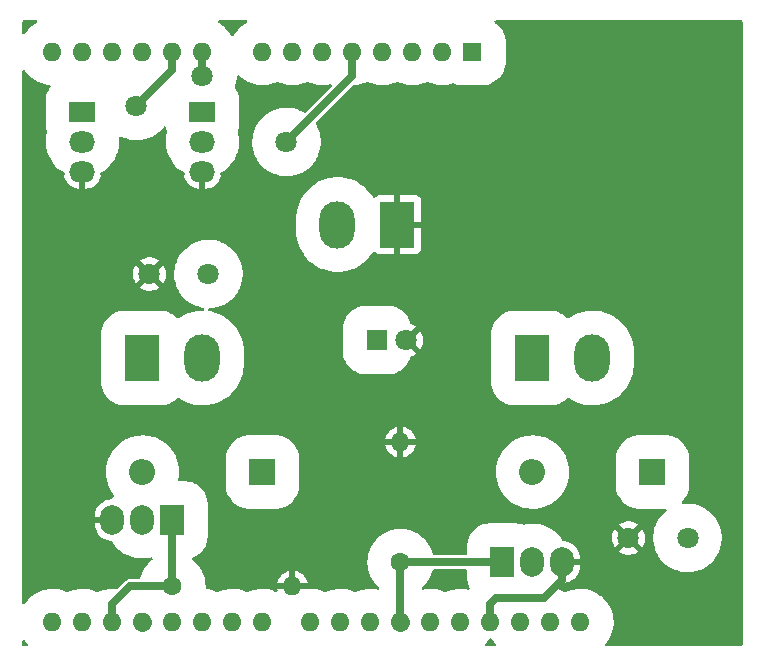
<source format=gbr>
G04 #@! TF.GenerationSoftware,KiCad,Pcbnew,(6.0.4)*
G04 #@! TF.CreationDate,2023-05-26T09:54:04+02:00*
G04 #@! TF.ProjectId,Kicad-TemplateProjet,4b696361-642d-4546-956d-706c61746550,rev?*
G04 #@! TF.SameCoordinates,Original*
G04 #@! TF.FileFunction,Copper,L1,Top*
G04 #@! TF.FilePolarity,Positive*
%FSLAX46Y46*%
G04 Gerber Fmt 4.6, Leading zero omitted, Abs format (unit mm)*
G04 Created by KiCad (PCBNEW (6.0.4)) date 2023-05-26 09:54:04*
%MOMM*%
%LPD*%
G01*
G04 APERTURE LIST*
G04 #@! TA.AperFunction,ComponentPad*
%ADD10R,1.800000X1.800000*%
G04 #@! TD*
G04 #@! TA.AperFunction,ComponentPad*
%ADD11C,1.800000*%
G04 #@! TD*
G04 #@! TA.AperFunction,ComponentPad*
%ADD12R,1.600000X1.600000*%
G04 #@! TD*
G04 #@! TA.AperFunction,ComponentPad*
%ADD13O,1.600000X1.600000*%
G04 #@! TD*
G04 #@! TA.AperFunction,ComponentPad*
%ADD14C,1.600000*%
G04 #@! TD*
G04 #@! TA.AperFunction,ComponentPad*
%ADD15R,3.000000X4.000000*%
G04 #@! TD*
G04 #@! TA.AperFunction,ComponentPad*
%ADD16O,3.000000X4.000000*%
G04 #@! TD*
G04 #@! TA.AperFunction,ComponentPad*
%ADD17R,2.200000X1.800000*%
G04 #@! TD*
G04 #@! TA.AperFunction,ComponentPad*
%ADD18O,2.200000X1.800000*%
G04 #@! TD*
G04 #@! TA.AperFunction,ComponentPad*
%ADD19R,2.200000X2.200000*%
G04 #@! TD*
G04 #@! TA.AperFunction,ComponentPad*
%ADD20O,2.200000X2.200000*%
G04 #@! TD*
G04 #@! TA.AperFunction,ComponentPad*
%ADD21R,2.000000X2.600000*%
G04 #@! TD*
G04 #@! TA.AperFunction,ComponentPad*
%ADD22O,2.000000X2.500000*%
G04 #@! TD*
G04 #@! TA.AperFunction,ViaPad*
%ADD23C,1.800000*%
G04 #@! TD*
G04 #@! TA.AperFunction,Conductor*
%ADD24C,0.700000*%
G04 #@! TD*
G04 #@! TA.AperFunction,Conductor*
%ADD25C,1.600000*%
G04 #@! TD*
G04 APERTURE END LIST*
D10*
X126532000Y-100584000D03*
D11*
X129032000Y-100584000D03*
X112268000Y-94996000D03*
X107268000Y-94996000D03*
X152828000Y-117348000D03*
X147828000Y-117348000D03*
D12*
X134620000Y-76200000D03*
D13*
X132080000Y-76200000D03*
X129540000Y-76200000D03*
X127000000Y-76200000D03*
X124460000Y-76200000D03*
X121920000Y-76200000D03*
X119380000Y-76200000D03*
X116840000Y-76200000D03*
X111760000Y-76200000D03*
X109220000Y-76200000D03*
X106680000Y-76200000D03*
X104140000Y-76200000D03*
X101600000Y-76200000D03*
X99060000Y-76200000D03*
X99060000Y-124460000D03*
X101600000Y-124460000D03*
X104140000Y-124460000D03*
X106680000Y-124460000D03*
X109220000Y-124460000D03*
X111760000Y-124460000D03*
X114300000Y-124460000D03*
X116840000Y-124460000D03*
X120900000Y-124460000D03*
X123440000Y-124460000D03*
X125980000Y-124460000D03*
X128520000Y-124460000D03*
X131060000Y-124460000D03*
X133600000Y-124460000D03*
X136140000Y-124460000D03*
X138680000Y-124460000D03*
X141220000Y-124460000D03*
X143760000Y-124460000D03*
D14*
X128524000Y-119380000D03*
D13*
X128524000Y-109220000D03*
D15*
X106680000Y-102110000D03*
D16*
X111760000Y-102110000D03*
D17*
X111760000Y-81280000D03*
D18*
X111760000Y-83820000D03*
X111760000Y-86360000D03*
D19*
X149860000Y-111760000D03*
D20*
X139700000Y-111760000D03*
D21*
X137160000Y-119380000D03*
D22*
X139700000Y-119380000D03*
X142240000Y-119380000D03*
D15*
X128270000Y-90805000D03*
D16*
X123190000Y-90805000D03*
D19*
X116840000Y-111760000D03*
D20*
X106680000Y-111760000D03*
D21*
X109220000Y-115824000D03*
D22*
X106680000Y-115824000D03*
X104140000Y-115824000D03*
D14*
X109220000Y-121412000D03*
D13*
X119380000Y-121412000D03*
D15*
X139700000Y-102110000D03*
D16*
X144780000Y-102110000D03*
D17*
X101600000Y-81280000D03*
D18*
X101600000Y-83820000D03*
X101600000Y-86360000D03*
D23*
X118872000Y-83820000D03*
X111760000Y-78232000D03*
X106172000Y-80772000D03*
D24*
X124460000Y-78232000D02*
X118872000Y-83820000D01*
X124460000Y-77331370D02*
X124460000Y-78232000D01*
X124460000Y-77331370D02*
X124460000Y-76200000D01*
X142240000Y-120904000D02*
X142240000Y-119380000D01*
X140716000Y-122428000D02*
X142240000Y-120904000D01*
X136652000Y-122428000D02*
X140716000Y-122428000D01*
X136140000Y-122940000D02*
X136652000Y-122428000D01*
X136140000Y-124460000D02*
X136140000Y-122940000D01*
X109220000Y-121412000D02*
X109220000Y-115824000D01*
X105664000Y-121412000D02*
X109220000Y-121412000D01*
X104140000Y-122936000D02*
X105664000Y-121412000D01*
X104140000Y-124460000D02*
X104140000Y-122936000D01*
X111760000Y-76200000D02*
X111760000Y-78232000D01*
X108712000Y-78232000D02*
X106172000Y-80772000D01*
X109220000Y-76200000D02*
X109220000Y-77724000D01*
X109220000Y-77724000D02*
X108712000Y-78232000D01*
D25*
X106680000Y-124455106D02*
X106680000Y-124460000D01*
X128524000Y-124456000D02*
X128520000Y-124460000D01*
D24*
X128524000Y-119380000D02*
X128524000Y-124456000D01*
X128524000Y-119380000D02*
X137160000Y-119380000D01*
G04 #@! TA.AperFunction,Conductor*
G36*
X157433621Y-73528502D02*
G01*
X157480114Y-73582158D01*
X157491500Y-73634500D01*
X157491500Y-126365500D01*
X157471498Y-126433621D01*
X157417842Y-126480114D01*
X157365500Y-126491500D01*
X145981572Y-126491500D01*
X145913451Y-126471498D01*
X145866958Y-126417842D01*
X145856854Y-126347568D01*
X145884909Y-126284677D01*
X146009779Y-126135334D01*
X146012101Y-126132557D01*
X146116838Y-125973110D01*
X146187427Y-125865649D01*
X146187432Y-125865640D01*
X146189414Y-125862623D01*
X146261971Y-125718360D01*
X146332900Y-125577334D01*
X146332903Y-125577326D01*
X146334527Y-125574098D01*
X146445517Y-125270805D01*
X146446362Y-125267283D01*
X146446365Y-125267275D01*
X146520064Y-124960295D01*
X146520065Y-124960291D01*
X146520911Y-124956766D01*
X146559710Y-124636143D01*
X146565246Y-124460000D01*
X146546655Y-124137573D01*
X146491128Y-123819420D01*
X146399402Y-123509757D01*
X146272692Y-123212689D01*
X146112677Y-122932154D01*
X146068736Y-122872335D01*
X145923622Y-122674786D01*
X145923620Y-122674783D01*
X145921479Y-122671869D01*
X145701632Y-122435285D01*
X145634415Y-122377876D01*
X145458805Y-122227892D01*
X145456049Y-122225538D01*
X145187986Y-122045407D01*
X145100363Y-122000181D01*
X144904216Y-121898942D01*
X144900996Y-121897280D01*
X144598883Y-121783121D01*
X144595362Y-121782237D01*
X144595357Y-121782235D01*
X144445433Y-121744577D01*
X144285651Y-121704443D01*
X144265805Y-121701830D01*
X143969055Y-121662762D01*
X143969047Y-121662761D01*
X143965451Y-121662288D01*
X143831081Y-121660177D01*
X143646170Y-121657272D01*
X143646166Y-121657272D01*
X143642528Y-121657215D01*
X143638913Y-121657576D01*
X143638908Y-121657576D01*
X143429056Y-121678522D01*
X143321163Y-121689291D01*
X143196147Y-121716549D01*
X143049387Y-121748548D01*
X143005614Y-121758092D01*
X143002187Y-121759265D01*
X143002181Y-121759267D01*
X142703495Y-121861530D01*
X142703490Y-121861532D01*
X142700064Y-121862705D01*
X142696796Y-121864264D01*
X142696788Y-121864267D01*
X142545483Y-121936436D01*
X142475387Y-121947709D01*
X142433449Y-121934676D01*
X142364216Y-121898942D01*
X142360996Y-121897280D01*
X142058883Y-121783121D01*
X142055362Y-121782237D01*
X142055357Y-121782235D01*
X142051462Y-121781257D01*
X141990266Y-121745263D01*
X141958245Y-121681897D01*
X141965565Y-121611279D01*
X141983003Y-121581307D01*
X142165794Y-121348185D01*
X142165795Y-121348183D01*
X142168034Y-121345328D01*
X142169926Y-121342240D01*
X142169934Y-121342229D01*
X142260592Y-121194287D01*
X142313240Y-121146655D01*
X142353543Y-121134956D01*
X142528831Y-121114675D01*
X142538725Y-121112716D01*
X142762494Y-121049396D01*
X142771938Y-121045884D01*
X142982705Y-120947601D01*
X142991471Y-120942622D01*
X143183802Y-120811913D01*
X143191677Y-120805581D01*
X143360626Y-120645814D01*
X143367387Y-120638305D01*
X143508625Y-120453574D01*
X143514089Y-120445095D01*
X143623978Y-120240153D01*
X143628020Y-120230901D01*
X143703727Y-120011029D01*
X143706236Y-120001257D01*
X143746004Y-119771029D01*
X143746859Y-119763157D01*
X143747936Y-119739449D01*
X143748000Y-119736616D01*
X143748000Y-119652115D01*
X143743525Y-119636876D01*
X143742135Y-119635671D01*
X143734452Y-119634000D01*
X142826500Y-119634000D01*
X142758379Y-119613998D01*
X142711886Y-119560342D01*
X142700500Y-119508000D01*
X142700500Y-119252000D01*
X142720502Y-119183879D01*
X142774158Y-119137386D01*
X142826500Y-119126000D01*
X143729885Y-119126000D01*
X143745124Y-119121525D01*
X143746329Y-119120135D01*
X143748000Y-119112452D01*
X143748000Y-119071544D01*
X143747798Y-119066512D01*
X143733850Y-118893157D01*
X143732238Y-118883204D01*
X143676767Y-118657367D01*
X143673584Y-118647797D01*
X143614840Y-118509406D01*
X147031423Y-118509406D01*
X147036704Y-118516461D01*
X147213080Y-118619527D01*
X147222363Y-118623974D01*
X147429003Y-118702883D01*
X147438901Y-118705759D01*
X147655653Y-118749857D01*
X147665883Y-118751076D01*
X147886914Y-118759182D01*
X147897223Y-118758714D01*
X148116623Y-118730608D01*
X148126688Y-118728468D01*
X148338557Y-118664905D01*
X148348152Y-118661144D01*
X148546778Y-118563838D01*
X148555636Y-118558559D01*
X148613097Y-118517572D01*
X148621497Y-118506874D01*
X148614510Y-118493721D01*
X147840811Y-117720021D01*
X147826868Y-117712408D01*
X147825034Y-117712539D01*
X147818420Y-117716790D01*
X147038180Y-118497031D01*
X147031423Y-118509406D01*
X143614840Y-118509406D01*
X143582720Y-118433735D01*
X143578045Y-118424793D01*
X143454126Y-118228013D01*
X143448086Y-118219940D01*
X143294297Y-118045500D01*
X143287044Y-118038496D01*
X143107346Y-117890890D01*
X143099064Y-117885134D01*
X142898081Y-117768159D01*
X142888976Y-117763797D01*
X142671885Y-117680463D01*
X142662196Y-117677612D01*
X142434570Y-117630059D01*
X142424563Y-117628794D01*
X142364110Y-117626050D01*
X142296966Y-117602979D01*
X142260376Y-117562607D01*
X142222492Y-117496188D01*
X142222484Y-117496176D01*
X142220696Y-117493041D01*
X142092584Y-117318638D01*
X146415893Y-117318638D01*
X146428627Y-117539468D01*
X146430061Y-117549670D01*
X146478685Y-117765439D01*
X146481773Y-117775292D01*
X146564986Y-117980220D01*
X146569634Y-117989421D01*
X146658097Y-118133781D01*
X146668553Y-118143242D01*
X146677331Y-118139458D01*
X147455979Y-117360811D01*
X147462356Y-117349132D01*
X148192408Y-117349132D01*
X148192539Y-117350966D01*
X148196790Y-117357580D01*
X148974307Y-118135096D01*
X148986313Y-118141652D01*
X148998052Y-118132684D01*
X149036010Y-118079859D01*
X149041321Y-118071020D01*
X149139318Y-117872737D01*
X149143117Y-117863142D01*
X149207415Y-117651517D01*
X149209594Y-117641436D01*
X149238702Y-117420338D01*
X149239221Y-117413663D01*
X149240744Y-117351364D01*
X149240550Y-117344646D01*
X149222279Y-117122400D01*
X149220596Y-117112238D01*
X149166710Y-116897708D01*
X149163389Y-116887953D01*
X149075193Y-116685118D01*
X149070315Y-116676020D01*
X148997224Y-116563038D01*
X148986538Y-116553835D01*
X148976973Y-116558238D01*
X148200021Y-117335189D01*
X148192408Y-117349132D01*
X147462356Y-117349132D01*
X147463592Y-117346868D01*
X147463461Y-117345034D01*
X147459210Y-117338420D01*
X146681862Y-116561073D01*
X146670330Y-116554776D01*
X146658048Y-116564399D01*
X146602467Y-116645877D01*
X146597379Y-116654833D01*
X146504252Y-116855459D01*
X146500689Y-116865146D01*
X146441581Y-117078280D01*
X146439650Y-117088400D01*
X146416145Y-117308349D01*
X146415893Y-117318638D01*
X142092584Y-117318638D01*
X142015843Y-117214168D01*
X141780295Y-116960688D01*
X141736960Y-116923676D01*
X141570527Y-116781530D01*
X141517174Y-116735962D01*
X141229967Y-116542967D01*
X140922482Y-116384261D01*
X140598793Y-116261950D01*
X140307218Y-116188711D01*
X147033508Y-116188711D01*
X147040251Y-116201040D01*
X147815189Y-116975979D01*
X147829132Y-116983592D01*
X147830966Y-116983461D01*
X147837580Y-116979210D01*
X148616994Y-116199795D01*
X148624011Y-116186944D01*
X148616237Y-116176274D01*
X148613902Y-116174430D01*
X148605320Y-116168729D01*
X148411678Y-116061833D01*
X148402272Y-116057606D01*
X148193772Y-115983772D01*
X148183809Y-115981140D01*
X147966047Y-115942350D01*
X147955796Y-115941381D01*
X147734616Y-115938679D01*
X147724332Y-115939399D01*
X147505693Y-115972855D01*
X147495666Y-115975244D01*
X147285426Y-116043961D01*
X147275916Y-116047958D01*
X147079725Y-116150089D01*
X147071007Y-116155578D01*
X147041961Y-116177386D01*
X147033508Y-116188711D01*
X140307218Y-116188711D01*
X140263190Y-116177652D01*
X140118981Y-116158667D01*
X139923728Y-116132961D01*
X139923720Y-116132960D01*
X139920124Y-116132487D01*
X139768991Y-116130112D01*
X139577780Y-116127108D01*
X139577776Y-116127108D01*
X139574139Y-116127051D01*
X139570524Y-116127412D01*
X139570520Y-116127412D01*
X139402646Y-116144169D01*
X139229823Y-116161419D01*
X139226286Y-116162190D01*
X139226281Y-116162191D01*
X139116659Y-116186093D01*
X138963555Y-116219475D01*
X138892738Y-116214444D01*
X138883960Y-116210791D01*
X138872988Y-116205732D01*
X138872971Y-116205726D01*
X138868933Y-116203864D01*
X138864668Y-116202588D01*
X138864664Y-116202587D01*
X138601784Y-116123970D01*
X138601782Y-116123969D01*
X138597510Y-116122692D01*
X138593106Y-116122030D01*
X138593102Y-116122029D01*
X138320779Y-116081087D01*
X138320773Y-116081086D01*
X138317358Y-116080573D01*
X138313901Y-116080437D01*
X138313899Y-116080437D01*
X138307837Y-116080199D01*
X138290050Y-116079500D01*
X136029950Y-116079500D01*
X136012163Y-116080199D01*
X136006101Y-116080437D01*
X136006099Y-116080437D01*
X136002642Y-116080573D01*
X135999227Y-116081086D01*
X135999221Y-116081087D01*
X135726898Y-116122029D01*
X135726894Y-116122030D01*
X135722490Y-116122692D01*
X135718218Y-116123969D01*
X135718216Y-116123970D01*
X135590420Y-116162189D01*
X135451067Y-116203864D01*
X135447027Y-116205727D01*
X135447023Y-116205728D01*
X135289289Y-116278445D01*
X135193790Y-116322471D01*
X134955791Y-116476144D01*
X134833472Y-116582288D01*
X134760193Y-116645877D01*
X134741820Y-116661820D01*
X134556144Y-116875791D01*
X134527596Y-116920004D01*
X134415659Y-117093366D01*
X134402471Y-117113790D01*
X134400603Y-117117842D01*
X134289916Y-117357940D01*
X134283864Y-117371067D01*
X134282588Y-117375334D01*
X134206410Y-117630059D01*
X134202692Y-117642490D01*
X134202030Y-117646894D01*
X134202029Y-117646898D01*
X134165347Y-117890890D01*
X134160573Y-117922642D01*
X134159500Y-117949950D01*
X134159500Y-118653500D01*
X134139498Y-118721621D01*
X134085842Y-118768114D01*
X134033500Y-118779500D01*
X131361089Y-118779500D01*
X131292968Y-118759498D01*
X131246475Y-118705842D01*
X131240278Y-118689286D01*
X131189414Y-118517572D01*
X131163402Y-118429757D01*
X131083454Y-118242320D01*
X131038114Y-118136023D01*
X131036692Y-118132689D01*
X130876677Y-117852154D01*
X130874533Y-117849235D01*
X130687622Y-117594786D01*
X130687620Y-117594783D01*
X130685479Y-117591869D01*
X130661240Y-117565784D01*
X130575555Y-117473577D01*
X130465632Y-117355285D01*
X130460378Y-117350797D01*
X130243426Y-117165504D01*
X130220049Y-117145538D01*
X129951986Y-116965407D01*
X129938281Y-116958333D01*
X129668216Y-116818942D01*
X129664996Y-116817280D01*
X129362883Y-116703121D01*
X129359362Y-116702237D01*
X129359357Y-116702235D01*
X129170639Y-116654833D01*
X129049651Y-116624443D01*
X129029805Y-116621830D01*
X128733055Y-116582762D01*
X128733047Y-116582761D01*
X128729451Y-116582288D01*
X128595081Y-116580177D01*
X128410170Y-116577272D01*
X128410166Y-116577272D01*
X128406528Y-116577215D01*
X128402913Y-116577576D01*
X128402908Y-116577576D01*
X128218093Y-116596023D01*
X128085163Y-116609291D01*
X127769614Y-116678092D01*
X127766187Y-116679265D01*
X127766181Y-116679267D01*
X127467495Y-116781530D01*
X127467490Y-116781532D01*
X127464064Y-116782705D01*
X127460796Y-116784264D01*
X127460788Y-116784267D01*
X127388091Y-116818942D01*
X127172562Y-116921744D01*
X126898974Y-117093366D01*
X126896140Y-117095636D01*
X126896135Y-117095640D01*
X126830914Y-117147892D01*
X126646924Y-117295296D01*
X126419754Y-117524858D01*
X126328345Y-117641436D01*
X126231114Y-117765439D01*
X126220474Y-117779008D01*
X126218581Y-117782097D01*
X126218579Y-117782100D01*
X126163037Y-117872737D01*
X126051727Y-118054379D01*
X125915748Y-118347320D01*
X125914608Y-118350767D01*
X125816375Y-118647797D01*
X125814340Y-118653949D01*
X125813604Y-118657504D01*
X125813603Y-118657507D01*
X125754678Y-118942050D01*
X125748848Y-118970201D01*
X125735000Y-119125366D01*
X125727066Y-119214265D01*
X125720138Y-119291885D01*
X125720233Y-119295515D01*
X125720233Y-119295516D01*
X125721382Y-119339398D01*
X125728592Y-119614737D01*
X125729103Y-119618327D01*
X125729103Y-119618328D01*
X125731571Y-119635671D01*
X125774098Y-119934477D01*
X125856053Y-120246869D01*
X125973369Y-120547770D01*
X125975073Y-120550988D01*
X126121191Y-120826956D01*
X126124493Y-120833193D01*
X126126545Y-120836178D01*
X126126550Y-120836187D01*
X126305364Y-121096363D01*
X126305370Y-121096370D01*
X126307421Y-121099355D01*
X126519728Y-121342728D01*
X126703174Y-121509651D01*
X126740094Y-121570289D01*
X126738371Y-121641264D01*
X126698549Y-121700041D01*
X126633271Y-121727958D01*
X126587677Y-121725046D01*
X126546160Y-121714618D01*
X126505651Y-121704443D01*
X126485805Y-121701830D01*
X126189055Y-121662762D01*
X126189047Y-121662761D01*
X126185451Y-121662288D01*
X126051081Y-121660177D01*
X125866170Y-121657272D01*
X125866166Y-121657272D01*
X125862528Y-121657215D01*
X125858913Y-121657576D01*
X125858908Y-121657576D01*
X125649056Y-121678522D01*
X125541163Y-121689291D01*
X125416147Y-121716549D01*
X125269387Y-121748548D01*
X125225614Y-121758092D01*
X125222187Y-121759265D01*
X125222181Y-121759267D01*
X124923495Y-121861530D01*
X124923490Y-121861532D01*
X124920064Y-121862705D01*
X124916796Y-121864264D01*
X124916788Y-121864267D01*
X124765483Y-121936436D01*
X124695387Y-121947709D01*
X124653449Y-121934676D01*
X124584216Y-121898942D01*
X124580996Y-121897280D01*
X124278883Y-121783121D01*
X124275362Y-121782237D01*
X124275357Y-121782235D01*
X124125433Y-121744577D01*
X123965651Y-121704443D01*
X123945805Y-121701830D01*
X123649055Y-121662762D01*
X123649047Y-121662761D01*
X123645451Y-121662288D01*
X123511081Y-121660177D01*
X123326170Y-121657272D01*
X123326166Y-121657272D01*
X123322528Y-121657215D01*
X123318913Y-121657576D01*
X123318908Y-121657576D01*
X123109056Y-121678522D01*
X123001163Y-121689291D01*
X122876147Y-121716549D01*
X122729387Y-121748548D01*
X122685614Y-121758092D01*
X122682187Y-121759265D01*
X122682181Y-121759267D01*
X122383495Y-121861530D01*
X122383490Y-121861532D01*
X122380064Y-121862705D01*
X122376796Y-121864264D01*
X122376788Y-121864267D01*
X122225483Y-121936436D01*
X122155387Y-121947709D01*
X122113449Y-121934676D01*
X122044216Y-121898942D01*
X122040996Y-121897280D01*
X121738883Y-121783121D01*
X121735362Y-121782237D01*
X121735357Y-121782235D01*
X121585433Y-121744577D01*
X121425651Y-121704443D01*
X121405805Y-121701830D01*
X121109055Y-121662762D01*
X121109047Y-121662761D01*
X121105451Y-121662288D01*
X120971081Y-121660177D01*
X120786170Y-121657272D01*
X120786166Y-121657272D01*
X120782528Y-121657215D01*
X120778912Y-121657576D01*
X120778910Y-121657576D01*
X120760907Y-121659373D01*
X120692477Y-121666203D01*
X120672486Y-121666604D01*
X120662332Y-121666000D01*
X118112033Y-121666000D01*
X118098502Y-121669973D01*
X118097273Y-121678522D01*
X118112001Y-121733487D01*
X118110311Y-121804463D01*
X118070517Y-121863259D01*
X118005252Y-121891207D01*
X117945756Y-121883964D01*
X117933921Y-121879492D01*
X117678883Y-121783121D01*
X117675362Y-121782237D01*
X117675357Y-121782235D01*
X117525433Y-121744577D01*
X117365651Y-121704443D01*
X117345805Y-121701830D01*
X117049055Y-121662762D01*
X117049047Y-121662761D01*
X117045451Y-121662288D01*
X116911081Y-121660177D01*
X116726170Y-121657272D01*
X116726166Y-121657272D01*
X116722528Y-121657215D01*
X116718913Y-121657576D01*
X116718908Y-121657576D01*
X116509056Y-121678522D01*
X116401163Y-121689291D01*
X116276147Y-121716549D01*
X116129387Y-121748548D01*
X116085614Y-121758092D01*
X116082187Y-121759265D01*
X116082181Y-121759267D01*
X115783495Y-121861530D01*
X115783490Y-121861532D01*
X115780064Y-121862705D01*
X115776796Y-121864264D01*
X115776788Y-121864267D01*
X115625483Y-121936436D01*
X115555387Y-121947709D01*
X115513449Y-121934676D01*
X115444216Y-121898942D01*
X115440996Y-121897280D01*
X115138883Y-121783121D01*
X115135362Y-121782237D01*
X115135357Y-121782235D01*
X114985433Y-121744577D01*
X114825651Y-121704443D01*
X114805805Y-121701830D01*
X114509055Y-121662762D01*
X114509047Y-121662761D01*
X114505451Y-121662288D01*
X114371081Y-121660177D01*
X114186170Y-121657272D01*
X114186166Y-121657272D01*
X114182528Y-121657215D01*
X114178913Y-121657576D01*
X114178908Y-121657576D01*
X113969056Y-121678522D01*
X113861163Y-121689291D01*
X113736147Y-121716549D01*
X113589387Y-121748548D01*
X113545614Y-121758092D01*
X113542187Y-121759265D01*
X113542181Y-121759267D01*
X113243495Y-121861530D01*
X113243490Y-121861532D01*
X113240064Y-121862705D01*
X113236796Y-121864264D01*
X113236788Y-121864267D01*
X113085483Y-121936436D01*
X113015387Y-121947709D01*
X112973449Y-121934676D01*
X112904216Y-121898942D01*
X112900996Y-121897280D01*
X112598883Y-121783121D01*
X112595362Y-121782237D01*
X112595357Y-121782235D01*
X112445433Y-121744577D01*
X112285651Y-121704443D01*
X112252214Y-121700041D01*
X112130240Y-121683983D01*
X112065313Y-121655261D01*
X112026221Y-121595996D01*
X112020748Y-121555103D01*
X112021207Y-121540526D01*
X112025246Y-121412000D01*
X112023670Y-121384666D01*
X112009592Y-121140503D01*
X118098606Y-121140503D01*
X118098942Y-121154599D01*
X118106884Y-121158000D01*
X119107885Y-121158000D01*
X119123124Y-121153525D01*
X119124329Y-121152135D01*
X119126000Y-121144452D01*
X119126000Y-121139885D01*
X119634000Y-121139885D01*
X119638475Y-121155124D01*
X119639865Y-121156329D01*
X119647548Y-121158000D01*
X120647967Y-121158000D01*
X120661498Y-121154027D01*
X120662727Y-121145478D01*
X120615236Y-120968239D01*
X120611490Y-120957947D01*
X120519414Y-120760489D01*
X120513931Y-120750993D01*
X120388972Y-120572533D01*
X120381916Y-120564125D01*
X120227875Y-120410084D01*
X120219467Y-120403028D01*
X120041007Y-120278069D01*
X120031511Y-120272586D01*
X119834053Y-120180510D01*
X119823761Y-120176764D01*
X119651497Y-120130606D01*
X119637401Y-120130942D01*
X119634000Y-120138884D01*
X119634000Y-121139885D01*
X119126000Y-121139885D01*
X119126000Y-120144033D01*
X119122027Y-120130502D01*
X119113478Y-120129273D01*
X118936239Y-120176764D01*
X118925947Y-120180510D01*
X118728489Y-120272586D01*
X118718993Y-120278069D01*
X118540533Y-120403028D01*
X118532125Y-120410084D01*
X118378084Y-120564125D01*
X118371028Y-120572533D01*
X118246069Y-120750993D01*
X118240586Y-120760489D01*
X118148510Y-120957947D01*
X118144764Y-120968239D01*
X118098606Y-121140503D01*
X112009592Y-121140503D01*
X112006864Y-121093193D01*
X112006863Y-121093188D01*
X112006655Y-121089573D01*
X111985479Y-120968239D01*
X111951752Y-120774993D01*
X111951750Y-120774986D01*
X111951128Y-120771420D01*
X111945078Y-120750993D01*
X111884880Y-120547770D01*
X111859402Y-120461757D01*
X111836432Y-120407903D01*
X111734114Y-120168023D01*
X111732692Y-120164689D01*
X111572677Y-119884154D01*
X111570533Y-119881235D01*
X111383622Y-119626786D01*
X111383620Y-119626783D01*
X111381479Y-119623869D01*
X111369625Y-119611112D01*
X111164099Y-119389940D01*
X111161632Y-119387285D01*
X111154055Y-119380813D01*
X110935340Y-119194014D01*
X110896530Y-119134564D01*
X110896023Y-119063569D01*
X110933980Y-119003570D01*
X110964418Y-118983777D01*
X110986034Y-118973812D01*
X111186210Y-118881529D01*
X111424209Y-118727856D01*
X111638180Y-118542180D01*
X111823856Y-118328209D01*
X111977529Y-118090210D01*
X112023994Y-117989421D01*
X112094272Y-117836977D01*
X112094273Y-117836973D01*
X112096136Y-117832933D01*
X112141734Y-117680463D01*
X112176030Y-117565784D01*
X112176031Y-117565782D01*
X112177308Y-117561510D01*
X112180622Y-117539468D01*
X112218913Y-117284779D01*
X112218914Y-117284773D01*
X112219427Y-117281358D01*
X112220500Y-117254050D01*
X112220500Y-114393950D01*
X112219427Y-114366642D01*
X112217887Y-114356394D01*
X112177971Y-114090898D01*
X112177970Y-114090894D01*
X112177308Y-114086490D01*
X112096136Y-113815067D01*
X112090831Y-113803558D01*
X111979397Y-113561842D01*
X111977529Y-113557790D01*
X111823856Y-113319791D01*
X111638180Y-113105820D01*
X111504768Y-112990050D01*
X113739500Y-112990050D01*
X113740573Y-113017358D01*
X113741086Y-113020773D01*
X113741087Y-113020779D01*
X113765401Y-113182503D01*
X113782692Y-113297510D01*
X113863864Y-113568933D01*
X113865727Y-113572973D01*
X113865728Y-113572977D01*
X113950151Y-113756103D01*
X113982471Y-113826210D01*
X114136144Y-114064209D01*
X114139065Y-114067575D01*
X114281099Y-114231253D01*
X114321820Y-114278180D01*
X114535791Y-114463856D01*
X114773790Y-114617529D01*
X114777842Y-114619397D01*
X115027023Y-114734272D01*
X115027027Y-114734273D01*
X115031067Y-114736136D01*
X115035335Y-114737412D01*
X115035334Y-114737412D01*
X115298216Y-114816030D01*
X115298218Y-114816031D01*
X115302490Y-114817308D01*
X115306894Y-114817970D01*
X115306898Y-114817971D01*
X115579221Y-114858913D01*
X115579227Y-114858914D01*
X115582642Y-114859427D01*
X115586099Y-114859563D01*
X115586101Y-114859563D01*
X115592163Y-114859801D01*
X115609950Y-114860500D01*
X118070050Y-114860500D01*
X118087837Y-114859801D01*
X118093899Y-114859563D01*
X118093901Y-114859563D01*
X118097358Y-114859427D01*
X118100773Y-114858914D01*
X118100779Y-114858913D01*
X118373102Y-114817971D01*
X118373106Y-114817970D01*
X118377510Y-114817308D01*
X118381782Y-114816031D01*
X118381784Y-114816030D01*
X118644666Y-114737412D01*
X118644665Y-114737412D01*
X118648933Y-114736136D01*
X118652973Y-114734273D01*
X118652977Y-114734272D01*
X118902158Y-114619397D01*
X118906210Y-114617529D01*
X119144209Y-114463856D01*
X119358180Y-114278180D01*
X119398902Y-114231253D01*
X119540935Y-114067575D01*
X119543856Y-114064209D01*
X119697529Y-113826210D01*
X119729849Y-113756103D01*
X119814272Y-113572977D01*
X119814273Y-113572973D01*
X119816136Y-113568933D01*
X119897308Y-113297510D01*
X119914599Y-113182503D01*
X119938913Y-113020779D01*
X119938914Y-113020773D01*
X119939427Y-113017358D01*
X119940500Y-112990050D01*
X119940500Y-111716642D01*
X136594918Y-111716642D01*
X136609436Y-112063032D01*
X136662475Y-112405646D01*
X136753375Y-112740212D01*
X136881001Y-113062560D01*
X137043765Y-113368673D01*
X137045750Y-113371572D01*
X137237645Y-113651829D01*
X137237650Y-113651835D01*
X137239636Y-113654736D01*
X137466173Y-113917182D01*
X137720553Y-114152740D01*
X137999605Y-114358475D01*
X138002642Y-114360229D01*
X138002646Y-114360231D01*
X138150326Y-114445494D01*
X138299852Y-114531823D01*
X138617550Y-114670621D01*
X138620906Y-114671660D01*
X138620909Y-114671661D01*
X138758630Y-114714293D01*
X138948739Y-114773142D01*
X138952191Y-114773800D01*
X138952197Y-114773802D01*
X139285842Y-114837448D01*
X139285847Y-114837449D01*
X139289293Y-114838106D01*
X139517780Y-114855687D01*
X139631469Y-114864435D01*
X139631470Y-114864435D01*
X139634966Y-114864704D01*
X139864159Y-114856700D01*
X139977933Y-114852727D01*
X139977937Y-114852727D01*
X139981449Y-114852604D01*
X139984928Y-114852090D01*
X139984931Y-114852090D01*
X140320932Y-114802474D01*
X140320938Y-114802473D01*
X140324424Y-114801958D01*
X140327828Y-114801059D01*
X140327831Y-114801058D01*
X140656226Y-114714293D01*
X140656227Y-114714293D01*
X140659617Y-114713397D01*
X140982848Y-114588023D01*
X141290090Y-114427401D01*
X141577513Y-114233532D01*
X141671305Y-114153709D01*
X141838861Y-114011107D01*
X141838862Y-114011106D01*
X141841534Y-114008832D01*
X141985227Y-113855815D01*
X142076452Y-113758671D01*
X142076456Y-113758666D01*
X142078863Y-113756103D01*
X142080968Y-113753289D01*
X142080974Y-113753282D01*
X142284432Y-113481313D01*
X142286541Y-113478494D01*
X142350973Y-113368673D01*
X142390216Y-113301784D01*
X142461980Y-113179465D01*
X142494769Y-113105820D01*
X142546314Y-112990050D01*
X146759500Y-112990050D01*
X146760573Y-113017358D01*
X146761086Y-113020773D01*
X146761087Y-113020779D01*
X146785401Y-113182503D01*
X146802692Y-113297510D01*
X146883864Y-113568933D01*
X146885727Y-113572973D01*
X146885728Y-113572977D01*
X146970151Y-113756103D01*
X147002471Y-113826210D01*
X147156144Y-114064209D01*
X147159065Y-114067575D01*
X147301099Y-114231253D01*
X147341820Y-114278180D01*
X147555791Y-114463856D01*
X147793790Y-114617529D01*
X147797842Y-114619397D01*
X148047023Y-114734272D01*
X148047027Y-114734273D01*
X148051067Y-114736136D01*
X148055335Y-114737412D01*
X148055334Y-114737412D01*
X148318216Y-114816030D01*
X148318218Y-114816031D01*
X148322490Y-114817308D01*
X148326894Y-114817970D01*
X148326898Y-114817971D01*
X148599221Y-114858913D01*
X148599227Y-114858914D01*
X148602642Y-114859427D01*
X148606099Y-114859563D01*
X148606101Y-114859563D01*
X148612163Y-114859801D01*
X148629950Y-114860500D01*
X150934957Y-114860500D01*
X151003078Y-114880502D01*
X151049571Y-114934158D01*
X151059675Y-115004432D01*
X151030181Y-115069012D01*
X151013738Y-115084833D01*
X150883897Y-115188855D01*
X150648615Y-115426614D01*
X150646374Y-115429472D01*
X150537497Y-115568329D01*
X150442220Y-115689840D01*
X150267447Y-115975043D01*
X150265922Y-115978328D01*
X150265920Y-115978332D01*
X150194364Y-116132487D01*
X150126613Y-116278445D01*
X150099482Y-116360481D01*
X150025970Y-116582762D01*
X150021584Y-116596023D01*
X150020848Y-116599578D01*
X150020847Y-116599581D01*
X149999588Y-116702235D01*
X149953752Y-116923568D01*
X149953429Y-116927190D01*
X149953428Y-116927195D01*
X149936414Y-117117842D01*
X149924018Y-117256739D01*
X149924113Y-117260369D01*
X149924113Y-117260371D01*
X149928041Y-117410389D01*
X149932774Y-117591119D01*
X149933284Y-117594705D01*
X149933285Y-117594713D01*
X149949829Y-117710959D01*
X149979904Y-117922277D01*
X149980823Y-117925780D01*
X149980824Y-117925785D01*
X150037456Y-118141652D01*
X150064785Y-118245823D01*
X150186291Y-118557469D01*
X150187995Y-118560687D01*
X150316682Y-118803734D01*
X150342811Y-118853084D01*
X150344863Y-118856069D01*
X150344868Y-118856078D01*
X150530214Y-119125758D01*
X150530220Y-119125765D01*
X150532271Y-119128750D01*
X150752160Y-119380813D01*
X150999562Y-119605932D01*
X151002520Y-119608057D01*
X151002523Y-119608060D01*
X151040948Y-119635671D01*
X151271200Y-119801124D01*
X151563473Y-119963801D01*
X151872506Y-120091806D01*
X151876000Y-120092801D01*
X151876002Y-120092802D01*
X152190702Y-120182447D01*
X152190707Y-120182448D01*
X152194203Y-120183444D01*
X152197784Y-120184030D01*
X152197791Y-120184032D01*
X152520721Y-120236914D01*
X152520725Y-120236914D01*
X152524301Y-120237500D01*
X152527927Y-120237671D01*
X152854798Y-120253086D01*
X152854799Y-120253086D01*
X152858425Y-120253257D01*
X152866174Y-120252729D01*
X153188514Y-120230754D01*
X153188522Y-120230753D01*
X153192145Y-120230506D01*
X153195721Y-120229843D01*
X153195723Y-120229843D01*
X153517474Y-120170210D01*
X153517478Y-120170209D01*
X153521039Y-120169549D01*
X153840747Y-120071194D01*
X154147031Y-119936745D01*
X154382755Y-119798999D01*
X154432693Y-119769818D01*
X154432695Y-119769817D01*
X154435833Y-119767983D01*
X154590154Y-119652115D01*
X154700416Y-119569328D01*
X154700420Y-119569325D01*
X154703323Y-119567145D01*
X154945957Y-119336894D01*
X155160519Y-119080281D01*
X155166258Y-119071544D01*
X155342177Y-118803734D01*
X155342182Y-118803725D01*
X155344164Y-118800708D01*
X155435289Y-118619527D01*
X155492832Y-118505116D01*
X155492835Y-118505108D01*
X155494459Y-118501880D01*
X155495704Y-118498478D01*
X155608163Y-118191170D01*
X155608166Y-118191160D01*
X155609411Y-118187758D01*
X155610256Y-118184236D01*
X155610259Y-118184228D01*
X155686651Y-117866034D01*
X155686652Y-117866030D01*
X155687498Y-117862505D01*
X155697602Y-117779008D01*
X155727347Y-117533212D01*
X155727348Y-117533205D01*
X155727683Y-117530433D01*
X155727940Y-117522277D01*
X155733328Y-117350797D01*
X155733416Y-117348000D01*
X155732864Y-117338420D01*
X155714370Y-117017680D01*
X155714369Y-117017675D01*
X155714161Y-117014060D01*
X155698368Y-116923568D01*
X155657276Y-116688119D01*
X155657274Y-116688112D01*
X155656652Y-116684546D01*
X155655089Y-116679267D01*
X155578128Y-116419453D01*
X155561650Y-116363825D01*
X155518197Y-116261950D01*
X155472825Y-116155578D01*
X155430415Y-116056150D01*
X155425743Y-116047958D01*
X155266478Y-115768737D01*
X155264687Y-115765597D01*
X155211310Y-115692932D01*
X155068805Y-115498935D01*
X155068803Y-115498932D01*
X155066662Y-115496018D01*
X154838964Y-115250986D01*
X154584612Y-115033749D01*
X154306977Y-114847186D01*
X154303768Y-114845530D01*
X154303760Y-114845525D01*
X154012959Y-114695432D01*
X154009739Y-114693770D01*
X153696838Y-114575535D01*
X153372421Y-114494047D01*
X153232973Y-114475688D01*
X153044391Y-114450861D01*
X153044383Y-114450860D01*
X153040787Y-114450387D01*
X152901863Y-114448205D01*
X152709976Y-114445190D01*
X152709972Y-114445190D01*
X152706334Y-114445133D01*
X152702720Y-114445494D01*
X152702713Y-114445494D01*
X152503909Y-114465337D01*
X152434138Y-114452199D01*
X152382546Y-114403427D01*
X152365513Y-114334503D01*
X152388447Y-114267313D01*
X152396230Y-114257379D01*
X152397081Y-114256399D01*
X152563856Y-114064209D01*
X152717529Y-113826210D01*
X152749849Y-113756103D01*
X152834272Y-113572977D01*
X152834273Y-113572973D01*
X152836136Y-113568933D01*
X152917308Y-113297510D01*
X152934599Y-113182503D01*
X152958913Y-113020779D01*
X152958914Y-113020773D01*
X152959427Y-113017358D01*
X152960500Y-112990050D01*
X152960500Y-110529950D01*
X152959427Y-110502642D01*
X152946271Y-110415132D01*
X152917971Y-110226898D01*
X152917970Y-110226894D01*
X152917308Y-110222490D01*
X152873180Y-110074933D01*
X152837412Y-109955334D01*
X152836136Y-109951067D01*
X152717529Y-109693790D01*
X152563856Y-109455791D01*
X152378180Y-109241820D01*
X152164209Y-109056144D01*
X151926210Y-108902471D01*
X151915883Y-108897710D01*
X151672977Y-108785728D01*
X151672973Y-108785727D01*
X151668933Y-108783864D01*
X151509066Y-108736054D01*
X151401784Y-108703970D01*
X151401782Y-108703969D01*
X151397510Y-108702692D01*
X151393106Y-108702030D01*
X151393102Y-108702029D01*
X151120779Y-108661087D01*
X151120773Y-108661086D01*
X151117358Y-108660573D01*
X151113901Y-108660437D01*
X151113899Y-108660437D01*
X151107837Y-108660199D01*
X151090050Y-108659500D01*
X148629950Y-108659500D01*
X148612163Y-108660199D01*
X148606101Y-108660437D01*
X148606099Y-108660437D01*
X148602642Y-108660573D01*
X148599227Y-108661086D01*
X148599221Y-108661087D01*
X148326898Y-108702029D01*
X148326894Y-108702030D01*
X148322490Y-108702692D01*
X148318218Y-108703969D01*
X148318216Y-108703970D01*
X148210934Y-108736054D01*
X148051067Y-108783864D01*
X148047027Y-108785727D01*
X148047023Y-108785728D01*
X147804117Y-108897710D01*
X147793790Y-108902471D01*
X147555791Y-109056144D01*
X147341820Y-109241820D01*
X147156144Y-109455791D01*
X147002471Y-109693790D01*
X146883864Y-109951067D01*
X146882588Y-109955334D01*
X146846821Y-110074933D01*
X146802692Y-110222490D01*
X146802030Y-110226894D01*
X146802029Y-110226898D01*
X146773730Y-110415132D01*
X146760573Y-110502642D01*
X146759500Y-110529950D01*
X146759500Y-112990050D01*
X142546314Y-112990050D01*
X142601562Y-112865961D01*
X142601564Y-112865956D01*
X142602994Y-112862744D01*
X142707824Y-112532278D01*
X142775164Y-112192186D01*
X142804174Y-111846707D01*
X142805385Y-111760000D01*
X142802765Y-111713124D01*
X142786228Y-111417360D01*
X142786032Y-111413846D01*
X142728214Y-111072007D01*
X142717104Y-111033260D01*
X142633621Y-110742122D01*
X142632652Y-110738742D01*
X142546083Y-110528709D01*
X142501875Y-110421452D01*
X142501871Y-110421444D01*
X142500537Y-110418207D01*
X142333516Y-110114397D01*
X142133670Y-109831097D01*
X141903490Y-109571839D01*
X141801342Y-109479865D01*
X141648464Y-109342213D01*
X141648461Y-109342211D01*
X141645846Y-109339856D01*
X141363948Y-109138037D01*
X141360885Y-109136325D01*
X141360880Y-109136322D01*
X141205878Y-109049694D01*
X141061311Y-108968898D01*
X141058066Y-108967534D01*
X141058062Y-108967532D01*
X140744948Y-108835912D01*
X140741706Y-108834549D01*
X140738343Y-108833559D01*
X140738334Y-108833556D01*
X140508616Y-108765947D01*
X140409117Y-108736663D01*
X140136065Y-108688516D01*
X140071150Y-108677070D01*
X140071148Y-108677070D01*
X140067690Y-108676460D01*
X140064181Y-108676239D01*
X140064179Y-108676239D01*
X139725198Y-108654912D01*
X139725192Y-108654912D01*
X139721680Y-108654691D01*
X139623499Y-108659493D01*
X139378906Y-108671455D01*
X139378897Y-108671456D01*
X139375399Y-108671627D01*
X139371931Y-108672189D01*
X139371928Y-108672189D01*
X139036639Y-108726494D01*
X139036636Y-108726495D01*
X139033164Y-108727057D01*
X139029777Y-108728003D01*
X139029771Y-108728004D01*
X138834274Y-108782588D01*
X138699241Y-108820290D01*
X138538516Y-108885227D01*
X138381055Y-108948845D01*
X138381051Y-108948847D01*
X138377791Y-108950164D01*
X138374704Y-108951833D01*
X138374700Y-108951835D01*
X138343143Y-108968898D01*
X138072822Y-109115060D01*
X137788134Y-109312923D01*
X137785492Y-109315236D01*
X137785488Y-109315239D01*
X137584151Y-109491497D01*
X137527276Y-109541287D01*
X137293499Y-109797306D01*
X137089717Y-110077787D01*
X136918470Y-110379237D01*
X136781893Y-110697896D01*
X136681687Y-111029793D01*
X136619102Y-111370792D01*
X136594918Y-111716642D01*
X119940500Y-111716642D01*
X119940500Y-110529950D01*
X119939427Y-110502642D01*
X119926271Y-110415132D01*
X119897971Y-110226898D01*
X119897970Y-110226894D01*
X119897308Y-110222490D01*
X119853180Y-110074933D01*
X119817412Y-109955334D01*
X119816136Y-109951067D01*
X119697529Y-109693790D01*
X119563699Y-109486522D01*
X127241273Y-109486522D01*
X127288764Y-109663761D01*
X127292510Y-109674053D01*
X127384586Y-109871511D01*
X127390069Y-109881007D01*
X127515028Y-110059467D01*
X127522084Y-110067875D01*
X127676125Y-110221916D01*
X127684533Y-110228972D01*
X127862993Y-110353931D01*
X127872489Y-110359414D01*
X128069947Y-110451490D01*
X128080239Y-110455236D01*
X128252503Y-110501394D01*
X128266599Y-110501058D01*
X128270000Y-110493116D01*
X128270000Y-110487967D01*
X128778000Y-110487967D01*
X128781973Y-110501498D01*
X128790522Y-110502727D01*
X128967761Y-110455236D01*
X128978053Y-110451490D01*
X129175511Y-110359414D01*
X129185007Y-110353931D01*
X129363467Y-110228972D01*
X129371875Y-110221916D01*
X129525916Y-110067875D01*
X129532972Y-110059467D01*
X129657931Y-109881007D01*
X129663414Y-109871511D01*
X129755490Y-109674053D01*
X129759236Y-109663761D01*
X129805394Y-109491497D01*
X129805058Y-109477401D01*
X129797116Y-109474000D01*
X128796115Y-109474000D01*
X128780876Y-109478475D01*
X128779671Y-109479865D01*
X128778000Y-109487548D01*
X128778000Y-110487967D01*
X128270000Y-110487967D01*
X128270000Y-109492115D01*
X128265525Y-109476876D01*
X128264135Y-109475671D01*
X128256452Y-109474000D01*
X127256033Y-109474000D01*
X127242502Y-109477973D01*
X127241273Y-109486522D01*
X119563699Y-109486522D01*
X119543856Y-109455791D01*
X119358180Y-109241820D01*
X119144209Y-109056144D01*
X118977501Y-108948503D01*
X127242606Y-108948503D01*
X127242942Y-108962599D01*
X127250884Y-108966000D01*
X128251885Y-108966000D01*
X128267124Y-108961525D01*
X128268329Y-108960135D01*
X128270000Y-108952452D01*
X128270000Y-108947885D01*
X128778000Y-108947885D01*
X128782475Y-108963124D01*
X128783865Y-108964329D01*
X128791548Y-108966000D01*
X129791967Y-108966000D01*
X129805498Y-108962027D01*
X129806727Y-108953478D01*
X129759236Y-108776239D01*
X129755490Y-108765947D01*
X129663414Y-108568489D01*
X129657931Y-108558993D01*
X129532972Y-108380533D01*
X129525916Y-108372125D01*
X129371875Y-108218084D01*
X129363467Y-108211028D01*
X129185007Y-108086069D01*
X129175511Y-108080586D01*
X128978053Y-107988510D01*
X128967761Y-107984764D01*
X128795497Y-107938606D01*
X128781401Y-107938942D01*
X128778000Y-107946884D01*
X128778000Y-108947885D01*
X128270000Y-108947885D01*
X128270000Y-107952033D01*
X128266027Y-107938502D01*
X128257478Y-107937273D01*
X128080239Y-107984764D01*
X128069947Y-107988510D01*
X127872489Y-108080586D01*
X127862993Y-108086069D01*
X127684533Y-108211028D01*
X127676125Y-108218084D01*
X127522084Y-108372125D01*
X127515028Y-108380533D01*
X127390069Y-108558993D01*
X127384586Y-108568489D01*
X127292510Y-108765947D01*
X127288764Y-108776239D01*
X127242606Y-108948503D01*
X118977501Y-108948503D01*
X118906210Y-108902471D01*
X118895883Y-108897710D01*
X118652977Y-108785728D01*
X118652973Y-108785727D01*
X118648933Y-108783864D01*
X118489066Y-108736054D01*
X118381784Y-108703970D01*
X118381782Y-108703969D01*
X118377510Y-108702692D01*
X118373106Y-108702030D01*
X118373102Y-108702029D01*
X118100779Y-108661087D01*
X118100773Y-108661086D01*
X118097358Y-108660573D01*
X118093901Y-108660437D01*
X118093899Y-108660437D01*
X118087837Y-108660199D01*
X118070050Y-108659500D01*
X115609950Y-108659500D01*
X115592163Y-108660199D01*
X115586101Y-108660437D01*
X115586099Y-108660437D01*
X115582642Y-108660573D01*
X115579227Y-108661086D01*
X115579221Y-108661087D01*
X115306898Y-108702029D01*
X115306894Y-108702030D01*
X115302490Y-108702692D01*
X115298218Y-108703969D01*
X115298216Y-108703970D01*
X115190934Y-108736054D01*
X115031067Y-108783864D01*
X115027027Y-108785727D01*
X115027023Y-108785728D01*
X114784117Y-108897710D01*
X114773790Y-108902471D01*
X114535791Y-109056144D01*
X114321820Y-109241820D01*
X114136144Y-109455791D01*
X113982471Y-109693790D01*
X113863864Y-109951067D01*
X113862588Y-109955334D01*
X113826821Y-110074933D01*
X113782692Y-110222490D01*
X113782030Y-110226894D01*
X113782029Y-110226898D01*
X113753730Y-110415132D01*
X113740573Y-110502642D01*
X113739500Y-110529950D01*
X113739500Y-112990050D01*
X111504768Y-112990050D01*
X111424209Y-112920144D01*
X111186210Y-112766471D01*
X111175883Y-112761710D01*
X110932977Y-112649728D01*
X110932973Y-112649727D01*
X110928933Y-112647864D01*
X110837249Y-112620445D01*
X110661784Y-112567970D01*
X110661782Y-112567969D01*
X110657510Y-112566692D01*
X110653106Y-112566030D01*
X110653102Y-112566029D01*
X110380779Y-112525087D01*
X110380773Y-112525086D01*
X110377358Y-112524573D01*
X110373901Y-112524437D01*
X110373899Y-112524437D01*
X110367837Y-112524199D01*
X110350050Y-112523500D01*
X109842957Y-112523500D01*
X109774836Y-112503498D01*
X109728343Y-112449842D01*
X109719357Y-112373027D01*
X109754478Y-112195653D01*
X109754479Y-112195645D01*
X109755164Y-112192186D01*
X109784174Y-111846707D01*
X109785385Y-111760000D01*
X109782765Y-111713124D01*
X109766228Y-111417360D01*
X109766032Y-111413846D01*
X109708214Y-111072007D01*
X109697104Y-111033260D01*
X109613621Y-110742122D01*
X109612652Y-110738742D01*
X109526083Y-110528709D01*
X109481875Y-110421452D01*
X109481871Y-110421444D01*
X109480537Y-110418207D01*
X109313516Y-110114397D01*
X109113670Y-109831097D01*
X108883490Y-109571839D01*
X108781342Y-109479865D01*
X108628464Y-109342213D01*
X108628461Y-109342211D01*
X108625846Y-109339856D01*
X108343948Y-109138037D01*
X108340885Y-109136325D01*
X108340880Y-109136322D01*
X108185878Y-109049694D01*
X108041311Y-108968898D01*
X108038066Y-108967534D01*
X108038062Y-108967532D01*
X107724948Y-108835912D01*
X107721706Y-108834549D01*
X107718343Y-108833559D01*
X107718334Y-108833556D01*
X107488616Y-108765947D01*
X107389117Y-108736663D01*
X107116065Y-108688516D01*
X107051150Y-108677070D01*
X107051148Y-108677070D01*
X107047690Y-108676460D01*
X107044181Y-108676239D01*
X107044179Y-108676239D01*
X106705198Y-108654912D01*
X106705192Y-108654912D01*
X106701680Y-108654691D01*
X106603499Y-108659493D01*
X106358906Y-108671455D01*
X106358897Y-108671456D01*
X106355399Y-108671627D01*
X106351931Y-108672189D01*
X106351928Y-108672189D01*
X106016639Y-108726494D01*
X106016636Y-108726495D01*
X106013164Y-108727057D01*
X106009777Y-108728003D01*
X106009771Y-108728004D01*
X105814274Y-108782588D01*
X105679241Y-108820290D01*
X105518516Y-108885227D01*
X105361055Y-108948845D01*
X105361051Y-108948847D01*
X105357791Y-108950164D01*
X105354704Y-108951833D01*
X105354700Y-108951835D01*
X105323143Y-108968898D01*
X105052822Y-109115060D01*
X104768134Y-109312923D01*
X104765492Y-109315236D01*
X104765488Y-109315239D01*
X104564151Y-109491497D01*
X104507276Y-109541287D01*
X104273499Y-109797306D01*
X104069717Y-110077787D01*
X103898470Y-110379237D01*
X103761893Y-110697896D01*
X103661687Y-111029793D01*
X103599102Y-111370792D01*
X103574918Y-111716642D01*
X103589436Y-112063032D01*
X103642475Y-112405646D01*
X103733375Y-112740212D01*
X103861001Y-113062560D01*
X104023765Y-113368673D01*
X104025750Y-113371572D01*
X104217645Y-113651829D01*
X104217650Y-113651835D01*
X104219636Y-113654736D01*
X104231662Y-113668668D01*
X104261030Y-113733303D01*
X104250793Y-113803558D01*
X104235433Y-113828743D01*
X104214206Y-113855815D01*
X104211966Y-113858672D01*
X104210074Y-113861760D01*
X104210066Y-113861771D01*
X104119408Y-114009713D01*
X104066760Y-114057345D01*
X104026457Y-114069044D01*
X103851169Y-114089325D01*
X103841275Y-114091284D01*
X103617506Y-114154604D01*
X103608062Y-114158116D01*
X103397295Y-114256399D01*
X103388529Y-114261378D01*
X103196198Y-114392087D01*
X103188323Y-114398419D01*
X103019374Y-114558186D01*
X103012613Y-114565695D01*
X102871375Y-114750426D01*
X102865911Y-114758905D01*
X102756022Y-114963847D01*
X102751980Y-114973099D01*
X102676273Y-115192971D01*
X102673764Y-115202743D01*
X102633996Y-115432971D01*
X102633141Y-115440843D01*
X102632064Y-115464551D01*
X102632000Y-115467384D01*
X102632000Y-115551885D01*
X102636475Y-115567124D01*
X102637865Y-115568329D01*
X102645548Y-115570000D01*
X103553500Y-115570000D01*
X103621621Y-115590002D01*
X103668114Y-115643658D01*
X103679500Y-115696000D01*
X103679500Y-115952000D01*
X103659498Y-116020121D01*
X103605842Y-116066614D01*
X103553500Y-116078000D01*
X102650115Y-116078000D01*
X102634876Y-116082475D01*
X102633671Y-116083865D01*
X102632000Y-116091548D01*
X102632000Y-116132456D01*
X102632202Y-116137488D01*
X102646150Y-116310843D01*
X102647762Y-116320796D01*
X102703233Y-116546633D01*
X102706416Y-116556203D01*
X102797280Y-116770265D01*
X102801955Y-116779207D01*
X102925874Y-116975987D01*
X102931914Y-116984060D01*
X103085703Y-117158500D01*
X103092956Y-117165504D01*
X103272654Y-117313110D01*
X103280936Y-117318866D01*
X103481919Y-117435841D01*
X103491024Y-117440203D01*
X103708115Y-117523537D01*
X103717804Y-117526388D01*
X103945430Y-117573941D01*
X103955437Y-117575206D01*
X104015890Y-117577950D01*
X104083034Y-117601021D01*
X104119624Y-117641393D01*
X104157508Y-117707812D01*
X104157516Y-117707824D01*
X104159304Y-117710959D01*
X104161443Y-117713871D01*
X104161445Y-117713874D01*
X104201322Y-117768159D01*
X104364157Y-117989832D01*
X104599705Y-118243312D01*
X104602459Y-118245664D01*
X104602462Y-118245667D01*
X104721483Y-118347320D01*
X104862826Y-118468038D01*
X105150033Y-118661033D01*
X105457518Y-118819739D01*
X105781207Y-118942050D01*
X106116810Y-119026348D01*
X106242848Y-119042941D01*
X106456272Y-119071039D01*
X106456280Y-119071040D01*
X106459876Y-119071513D01*
X106611009Y-119073888D01*
X106802220Y-119076892D01*
X106802224Y-119076892D01*
X106805861Y-119076949D01*
X106809476Y-119076588D01*
X106809480Y-119076588D01*
X107001322Y-119057439D01*
X107150177Y-119042581D01*
X107153714Y-119041810D01*
X107153719Y-119041809D01*
X107296152Y-119010753D01*
X107378388Y-118992823D01*
X107449205Y-118997854D01*
X107506061Y-119040374D01*
X107530904Y-119106882D01*
X107515845Y-119176264D01*
X107484009Y-119214265D01*
X107345767Y-119325018D01*
X107342924Y-119327296D01*
X107115754Y-119556858D01*
X106916474Y-119811008D01*
X106914581Y-119814097D01*
X106914579Y-119814100D01*
X106838660Y-119937990D01*
X106747727Y-120086379D01*
X106611748Y-120379320D01*
X106610608Y-120382767D01*
X106526097Y-120638305D01*
X106510340Y-120685949D01*
X106509602Y-120689513D01*
X106505142Y-120711049D01*
X106471743Y-120773699D01*
X106409774Y-120808346D01*
X106381760Y-120811500D01*
X105711619Y-120811500D01*
X105695173Y-120810422D01*
X105672188Y-120807396D01*
X105664000Y-120806318D01*
X105624639Y-120811500D01*
X105507238Y-120826956D01*
X105361159Y-120887464D01*
X105354608Y-120892491D01*
X105255891Y-120968239D01*
X105235718Y-120983718D01*
X105230692Y-120990268D01*
X105230689Y-120990271D01*
X105216580Y-121008659D01*
X105205714Y-121021050D01*
X104878580Y-121348185D01*
X104582934Y-121643831D01*
X104520621Y-121677856D01*
X104477392Y-121679658D01*
X104349055Y-121662762D01*
X104349047Y-121662761D01*
X104345451Y-121662288D01*
X104219373Y-121660307D01*
X104026170Y-121657272D01*
X104026166Y-121657272D01*
X104022528Y-121657215D01*
X104018913Y-121657576D01*
X104018908Y-121657576D01*
X103809056Y-121678522D01*
X103701163Y-121689291D01*
X103576147Y-121716549D01*
X103429387Y-121748548D01*
X103385614Y-121758092D01*
X103382187Y-121759265D01*
X103382181Y-121759267D01*
X103083495Y-121861530D01*
X103083490Y-121861532D01*
X103080064Y-121862705D01*
X103076796Y-121864264D01*
X103076788Y-121864267D01*
X102925483Y-121936436D01*
X102855387Y-121947709D01*
X102813449Y-121934676D01*
X102744216Y-121898942D01*
X102740996Y-121897280D01*
X102438883Y-121783121D01*
X102435362Y-121782237D01*
X102435357Y-121782235D01*
X102285433Y-121744577D01*
X102125651Y-121704443D01*
X102105805Y-121701830D01*
X101809055Y-121662762D01*
X101809047Y-121662761D01*
X101805451Y-121662288D01*
X101671081Y-121660177D01*
X101486170Y-121657272D01*
X101486166Y-121657272D01*
X101482528Y-121657215D01*
X101478913Y-121657576D01*
X101478908Y-121657576D01*
X101269056Y-121678522D01*
X101161163Y-121689291D01*
X101036147Y-121716549D01*
X100889387Y-121748548D01*
X100845614Y-121758092D01*
X100842187Y-121759265D01*
X100842181Y-121759267D01*
X100543495Y-121861530D01*
X100543490Y-121861532D01*
X100540064Y-121862705D01*
X100536796Y-121864264D01*
X100536788Y-121864267D01*
X100385483Y-121936436D01*
X100315387Y-121947709D01*
X100273449Y-121934676D01*
X100204216Y-121898942D01*
X100200996Y-121897280D01*
X99898883Y-121783121D01*
X99895362Y-121782237D01*
X99895357Y-121782235D01*
X99745433Y-121744577D01*
X99585651Y-121704443D01*
X99565805Y-121701830D01*
X99269055Y-121662762D01*
X99269047Y-121662761D01*
X99265451Y-121662288D01*
X99131081Y-121660177D01*
X98946170Y-121657272D01*
X98946166Y-121657272D01*
X98942528Y-121657215D01*
X98938913Y-121657576D01*
X98938908Y-121657576D01*
X98729056Y-121678522D01*
X98621163Y-121689291D01*
X98496147Y-121716549D01*
X98349387Y-121748548D01*
X98305614Y-121758092D01*
X98302187Y-121759265D01*
X98302181Y-121759267D01*
X98003495Y-121861530D01*
X98003490Y-121861532D01*
X98000064Y-121862705D01*
X97996796Y-121864264D01*
X97996788Y-121864267D01*
X97924091Y-121898942D01*
X97708562Y-122001744D01*
X97434974Y-122173366D01*
X97432140Y-122175636D01*
X97432135Y-122175640D01*
X97366914Y-122227892D01*
X97182924Y-122375296D01*
X96955754Y-122604858D01*
X96756474Y-122859008D01*
X96754582Y-122862096D01*
X96754574Y-122862107D01*
X96741933Y-122882736D01*
X96689286Y-122930368D01*
X96619244Y-122941975D01*
X96554046Y-122913872D01*
X96514392Y-122854982D01*
X96508500Y-122816902D01*
X96508500Y-104240050D01*
X103179500Y-104240050D01*
X103180573Y-104267358D01*
X103222692Y-104547510D01*
X103303864Y-104818933D01*
X103422471Y-105076210D01*
X103576144Y-105314209D01*
X103761820Y-105528180D01*
X103975791Y-105713856D01*
X104213790Y-105867529D01*
X104217842Y-105869397D01*
X104467023Y-105984272D01*
X104467027Y-105984273D01*
X104471067Y-105986136D01*
X104475335Y-105987412D01*
X104475334Y-105987412D01*
X104738216Y-106066030D01*
X104738218Y-106066031D01*
X104742490Y-106067308D01*
X104746894Y-106067970D01*
X104746898Y-106067971D01*
X105019221Y-106108913D01*
X105019227Y-106108914D01*
X105022642Y-106109427D01*
X105026099Y-106109563D01*
X105026101Y-106109563D01*
X105032163Y-106109801D01*
X105049950Y-106110500D01*
X108310050Y-106110500D01*
X108327837Y-106109801D01*
X108333899Y-106109563D01*
X108333901Y-106109563D01*
X108337358Y-106109427D01*
X108340773Y-106108914D01*
X108340779Y-106108913D01*
X108613102Y-106067971D01*
X108613106Y-106067970D01*
X108617510Y-106067308D01*
X108621782Y-106066031D01*
X108621784Y-106066030D01*
X108884666Y-105987412D01*
X108884665Y-105987412D01*
X108888933Y-105986136D01*
X108892973Y-105984273D01*
X108892977Y-105984272D01*
X109142158Y-105869397D01*
X109146210Y-105867529D01*
X109384209Y-105713856D01*
X109598180Y-105528180D01*
X109607196Y-105517790D01*
X109666951Y-105479451D01*
X109737948Y-105479504D01*
X109769222Y-105493578D01*
X109914333Y-105584429D01*
X110060515Y-105675951D01*
X110395938Y-105839186D01*
X110399077Y-105840319D01*
X110399086Y-105840323D01*
X110587183Y-105908227D01*
X110746808Y-105965853D01*
X110750056Y-105966648D01*
X110750060Y-105966649D01*
X111105898Y-106053722D01*
X111105902Y-106053723D01*
X111109152Y-106054518D01*
X111478865Y-106104176D01*
X111851762Y-106114267D01*
X111855103Y-106114001D01*
X111855107Y-106114001D01*
X112110990Y-106093637D01*
X112223621Y-106084674D01*
X112226900Y-106084057D01*
X112226903Y-106084057D01*
X112586945Y-106016352D01*
X112586953Y-106016350D01*
X112590229Y-106015734D01*
X112947435Y-105908227D01*
X113291195Y-105763371D01*
X113294122Y-105761752D01*
X113294130Y-105761748D01*
X113614680Y-105584429D01*
X113614686Y-105584425D01*
X113617615Y-105582805D01*
X113620362Y-105580878D01*
X113920242Y-105370511D01*
X113920245Y-105370509D01*
X113923000Y-105368576D01*
X114203890Y-105123107D01*
X114457106Y-104849180D01*
X114679779Y-104549896D01*
X114848581Y-104263899D01*
X114862657Y-104240050D01*
X136199500Y-104240050D01*
X136200573Y-104267358D01*
X136242692Y-104547510D01*
X136323864Y-104818933D01*
X136442471Y-105076210D01*
X136596144Y-105314209D01*
X136781820Y-105528180D01*
X136995791Y-105713856D01*
X137233790Y-105867529D01*
X137237842Y-105869397D01*
X137487023Y-105984272D01*
X137487027Y-105984273D01*
X137491067Y-105986136D01*
X137495335Y-105987412D01*
X137495334Y-105987412D01*
X137758216Y-106066030D01*
X137758218Y-106066031D01*
X137762490Y-106067308D01*
X137766894Y-106067970D01*
X137766898Y-106067971D01*
X138039221Y-106108913D01*
X138039227Y-106108914D01*
X138042642Y-106109427D01*
X138046099Y-106109563D01*
X138046101Y-106109563D01*
X138052163Y-106109801D01*
X138069950Y-106110500D01*
X141330050Y-106110500D01*
X141347837Y-106109801D01*
X141353899Y-106109563D01*
X141353901Y-106109563D01*
X141357358Y-106109427D01*
X141360773Y-106108914D01*
X141360779Y-106108913D01*
X141633102Y-106067971D01*
X141633106Y-106067970D01*
X141637510Y-106067308D01*
X141641782Y-106066031D01*
X141641784Y-106066030D01*
X141904666Y-105987412D01*
X141904665Y-105987412D01*
X141908933Y-105986136D01*
X141912973Y-105984273D01*
X141912977Y-105984272D01*
X142162158Y-105869397D01*
X142166210Y-105867529D01*
X142404209Y-105713856D01*
X142618180Y-105528180D01*
X142627196Y-105517790D01*
X142686951Y-105479451D01*
X142757948Y-105479504D01*
X142789222Y-105493578D01*
X142934333Y-105584429D01*
X143080515Y-105675951D01*
X143415938Y-105839186D01*
X143419077Y-105840319D01*
X143419086Y-105840323D01*
X143607183Y-105908227D01*
X143766808Y-105965853D01*
X143770056Y-105966648D01*
X143770060Y-105966649D01*
X144125898Y-106053722D01*
X144125902Y-106053723D01*
X144129152Y-106054518D01*
X144498865Y-106104176D01*
X144871762Y-106114267D01*
X144875103Y-106114001D01*
X144875107Y-106114001D01*
X145130990Y-106093637D01*
X145243621Y-106084674D01*
X145246900Y-106084057D01*
X145246903Y-106084057D01*
X145606945Y-106016352D01*
X145606953Y-106016350D01*
X145610229Y-106015734D01*
X145967435Y-105908227D01*
X146311195Y-105763371D01*
X146314122Y-105761752D01*
X146314130Y-105761748D01*
X146634680Y-105584429D01*
X146634686Y-105584425D01*
X146637615Y-105582805D01*
X146640362Y-105580878D01*
X146940242Y-105370511D01*
X146940245Y-105370509D01*
X146943000Y-105368576D01*
X147223890Y-105123107D01*
X147477106Y-104849180D01*
X147699779Y-104549896D01*
X147868581Y-104263899D01*
X147887682Y-104231536D01*
X147887684Y-104231531D01*
X147889388Y-104228645D01*
X148043786Y-103889064D01*
X148161225Y-103534999D01*
X148172190Y-103484500D01*
X148239663Y-103173736D01*
X148240375Y-103170458D01*
X148280338Y-102799572D01*
X148280500Y-102793586D01*
X148280500Y-101516761D01*
X148269926Y-101318304D01*
X148265798Y-101240827D01*
X148265797Y-101240818D01*
X148265620Y-101237495D01*
X148206300Y-100869208D01*
X148204161Y-100861360D01*
X148109066Y-100512555D01*
X148109066Y-100512554D01*
X148108181Y-100509309D01*
X147972372Y-100161876D01*
X147877224Y-99978709D01*
X147801956Y-99833811D01*
X147801954Y-99833808D01*
X147800413Y-99830841D01*
X147594251Y-99519953D01*
X147406668Y-99293606D01*
X147358362Y-99235317D01*
X147358357Y-99235311D01*
X147356220Y-99232733D01*
X147353811Y-99230386D01*
X147091417Y-98974773D01*
X147091408Y-98974765D01*
X147089015Y-98972434D01*
X146857424Y-98790516D01*
X146798301Y-98744074D01*
X146798299Y-98744072D01*
X146795663Y-98742002D01*
X146479485Y-98544049D01*
X146144062Y-98380814D01*
X146140923Y-98379681D01*
X146140914Y-98379677D01*
X145825526Y-98265820D01*
X145793192Y-98254147D01*
X145789944Y-98253352D01*
X145789940Y-98253351D01*
X145434102Y-98166278D01*
X145434098Y-98166277D01*
X145430848Y-98165482D01*
X145061135Y-98115824D01*
X144688238Y-98105733D01*
X144684897Y-98105999D01*
X144684893Y-98105999D01*
X144429010Y-98126363D01*
X144316379Y-98135326D01*
X144313100Y-98135943D01*
X144313097Y-98135943D01*
X143953055Y-98203648D01*
X143953047Y-98203650D01*
X143949771Y-98204266D01*
X143592565Y-98311773D01*
X143248805Y-98456629D01*
X143245878Y-98458248D01*
X143245870Y-98458252D01*
X142925320Y-98635571D01*
X142925314Y-98635575D01*
X142922385Y-98637195D01*
X142796862Y-98725250D01*
X142729610Y-98747995D01*
X142660735Y-98730771D01*
X142629340Y-98704680D01*
X142618180Y-98691820D01*
X142404209Y-98506144D01*
X142166210Y-98352471D01*
X142155883Y-98347710D01*
X141912977Y-98235728D01*
X141912973Y-98235727D01*
X141908933Y-98233864D01*
X141682939Y-98166278D01*
X141641784Y-98153970D01*
X141641782Y-98153969D01*
X141637510Y-98152692D01*
X141633106Y-98152030D01*
X141633102Y-98152029D01*
X141360779Y-98111087D01*
X141360773Y-98111086D01*
X141357358Y-98110573D01*
X141353901Y-98110437D01*
X141353899Y-98110437D01*
X141347837Y-98110199D01*
X141330050Y-98109500D01*
X138069950Y-98109500D01*
X138052163Y-98110199D01*
X138046101Y-98110437D01*
X138046099Y-98110437D01*
X138042642Y-98110573D01*
X138039227Y-98111086D01*
X138039221Y-98111087D01*
X137766898Y-98152029D01*
X137766894Y-98152030D01*
X137762490Y-98152692D01*
X137758218Y-98153969D01*
X137758216Y-98153970D01*
X137717061Y-98166278D01*
X137491067Y-98233864D01*
X137487027Y-98235727D01*
X137487023Y-98235728D01*
X137244117Y-98347710D01*
X137233790Y-98352471D01*
X136995791Y-98506144D01*
X136781820Y-98691820D01*
X136596144Y-98905791D01*
X136442471Y-99143790D01*
X136323864Y-99401067D01*
X136322588Y-99405334D01*
X136287333Y-99523221D01*
X136242692Y-99672490D01*
X136242030Y-99676894D01*
X136242029Y-99676898D01*
X136212024Y-99876479D01*
X136200573Y-99952642D01*
X136199500Y-99979950D01*
X136199500Y-104240050D01*
X114862657Y-104240050D01*
X114867682Y-104231536D01*
X114867684Y-104231531D01*
X114869388Y-104228645D01*
X115023786Y-103889064D01*
X115141225Y-103534999D01*
X115152190Y-103484500D01*
X115219663Y-103173736D01*
X115220375Y-103170458D01*
X115260338Y-102799572D01*
X115260500Y-102793586D01*
X115260500Y-101614050D01*
X123631500Y-101614050D01*
X123632573Y-101641358D01*
X123633086Y-101644773D01*
X123633087Y-101644779D01*
X123671594Y-101900905D01*
X123674692Y-101921510D01*
X123755864Y-102192933D01*
X123874471Y-102450210D01*
X124028144Y-102688209D01*
X124213820Y-102902180D01*
X124427791Y-103087856D01*
X124665790Y-103241529D01*
X124669842Y-103243397D01*
X124919023Y-103358272D01*
X124919027Y-103358273D01*
X124923067Y-103360136D01*
X124927335Y-103361412D01*
X124927334Y-103361412D01*
X125190216Y-103440030D01*
X125190218Y-103440031D01*
X125194490Y-103441308D01*
X125198894Y-103441970D01*
X125198898Y-103441971D01*
X125471221Y-103482913D01*
X125471227Y-103482914D01*
X125474642Y-103483427D01*
X125478099Y-103483563D01*
X125478101Y-103483563D01*
X125484163Y-103483801D01*
X125501950Y-103484500D01*
X127562050Y-103484500D01*
X127579837Y-103483801D01*
X127585899Y-103483563D01*
X127585901Y-103483563D01*
X127589358Y-103483427D01*
X127592773Y-103482914D01*
X127592779Y-103482913D01*
X127865102Y-103441971D01*
X127865106Y-103441970D01*
X127869510Y-103441308D01*
X127873782Y-103440031D01*
X127873784Y-103440030D01*
X128136666Y-103361412D01*
X128136665Y-103361412D01*
X128140933Y-103360136D01*
X128144973Y-103358273D01*
X128144977Y-103358272D01*
X128394158Y-103243397D01*
X128398210Y-103241529D01*
X128636209Y-103087856D01*
X128850180Y-102902180D01*
X129035856Y-102688209D01*
X129189529Y-102450210D01*
X129308136Y-102192933D01*
X129361514Y-102014449D01*
X129400194Y-101954917D01*
X129446023Y-101929866D01*
X129542557Y-101900905D01*
X129552152Y-101897144D01*
X129750778Y-101799838D01*
X129759636Y-101794559D01*
X129817097Y-101753572D01*
X129825497Y-101742874D01*
X129818509Y-101729720D01*
X129469405Y-101380616D01*
X129435379Y-101318304D01*
X129432500Y-101291521D01*
X129432500Y-100929481D01*
X129452502Y-100861360D01*
X129506158Y-100814867D01*
X129576432Y-100804763D01*
X129641012Y-100834257D01*
X129647595Y-100840385D01*
X130178307Y-101371096D01*
X130190313Y-101377652D01*
X130202052Y-101368684D01*
X130240010Y-101315859D01*
X130245321Y-101307020D01*
X130343318Y-101108737D01*
X130347117Y-101099142D01*
X130411415Y-100887517D01*
X130413594Y-100877436D01*
X130442702Y-100656338D01*
X130443221Y-100649663D01*
X130444744Y-100587364D01*
X130444550Y-100580646D01*
X130426279Y-100358400D01*
X130424596Y-100348238D01*
X130370710Y-100133708D01*
X130367389Y-100123953D01*
X130279193Y-99921118D01*
X130274315Y-99912020D01*
X130201224Y-99799038D01*
X130190538Y-99789835D01*
X130180973Y-99794238D01*
X129647595Y-100327615D01*
X129585283Y-100361640D01*
X129514467Y-100356575D01*
X129457632Y-100314028D01*
X129432821Y-100247508D01*
X129432500Y-100238519D01*
X129432500Y-99876479D01*
X129452502Y-99808358D01*
X129469405Y-99787384D01*
X129820990Y-99435799D01*
X129828010Y-99422943D01*
X129820236Y-99412273D01*
X129817902Y-99410430D01*
X129809320Y-99404729D01*
X129615678Y-99297833D01*
X129606273Y-99293606D01*
X129439691Y-99234617D01*
X129382154Y-99193023D01*
X129361033Y-99151945D01*
X129357474Y-99140042D01*
X129346096Y-99101997D01*
X129309414Y-98979338D01*
X129309411Y-98979329D01*
X129308136Y-98975067D01*
X129274648Y-98902425D01*
X129191397Y-98721842D01*
X129189529Y-98717790D01*
X129172761Y-98691820D01*
X129136441Y-98635571D01*
X129035856Y-98479791D01*
X128850180Y-98265820D01*
X128636209Y-98080144D01*
X128398210Y-97926471D01*
X128387883Y-97921710D01*
X128144977Y-97809728D01*
X128144973Y-97809727D01*
X128140933Y-97807864D01*
X127908713Y-97738416D01*
X127873784Y-97727970D01*
X127873782Y-97727969D01*
X127869510Y-97726692D01*
X127865106Y-97726030D01*
X127865102Y-97726029D01*
X127592779Y-97685087D01*
X127592773Y-97685086D01*
X127589358Y-97684573D01*
X127585901Y-97684437D01*
X127585899Y-97684437D01*
X127579837Y-97684199D01*
X127562050Y-97683500D01*
X125501950Y-97683500D01*
X125484163Y-97684199D01*
X125478101Y-97684437D01*
X125478099Y-97684437D01*
X125474642Y-97684573D01*
X125471227Y-97685086D01*
X125471221Y-97685087D01*
X125198898Y-97726029D01*
X125198894Y-97726030D01*
X125194490Y-97726692D01*
X125190218Y-97727969D01*
X125190216Y-97727970D01*
X125155287Y-97738416D01*
X124923067Y-97807864D01*
X124919027Y-97809727D01*
X124919023Y-97809728D01*
X124676117Y-97921710D01*
X124665790Y-97926471D01*
X124427791Y-98080144D01*
X124213820Y-98265820D01*
X124028144Y-98479791D01*
X123927559Y-98635571D01*
X123891240Y-98691820D01*
X123874471Y-98717790D01*
X123872603Y-98721842D01*
X123789353Y-98902425D01*
X123755864Y-98975067D01*
X123754588Y-98979334D01*
X123705406Y-99143790D01*
X123674692Y-99246490D01*
X123674030Y-99250894D01*
X123674029Y-99250898D01*
X123633579Y-99519953D01*
X123632573Y-99526642D01*
X123631500Y-99553950D01*
X123631500Y-101614050D01*
X115260500Y-101614050D01*
X115260500Y-101516761D01*
X115249926Y-101318304D01*
X115245798Y-101240827D01*
X115245797Y-101240818D01*
X115245620Y-101237495D01*
X115186300Y-100869208D01*
X115184161Y-100861360D01*
X115089066Y-100512555D01*
X115089066Y-100512554D01*
X115088181Y-100509309D01*
X114952372Y-100161876D01*
X114857224Y-99978709D01*
X114781956Y-99833811D01*
X114781954Y-99833808D01*
X114780413Y-99830841D01*
X114574251Y-99519953D01*
X114386668Y-99293606D01*
X114338362Y-99235317D01*
X114338357Y-99235311D01*
X114336220Y-99232733D01*
X114333811Y-99230386D01*
X114071417Y-98974773D01*
X114071408Y-98974765D01*
X114069015Y-98972434D01*
X113837424Y-98790516D01*
X113778301Y-98744074D01*
X113778299Y-98744072D01*
X113775663Y-98742002D01*
X113459485Y-98544049D01*
X113124062Y-98380814D01*
X113120923Y-98379681D01*
X113120914Y-98379677D01*
X112805526Y-98265820D01*
X112773192Y-98254147D01*
X112769944Y-98253352D01*
X112769940Y-98253351D01*
X112414102Y-98166278D01*
X112414098Y-98166277D01*
X112410848Y-98165482D01*
X112302883Y-98150981D01*
X112238032Y-98122088D01*
X112199096Y-98062721D01*
X112198436Y-97991728D01*
X112236264Y-97931648D01*
X112300568Y-97901556D01*
X112311087Y-97900394D01*
X112628513Y-97878754D01*
X112628520Y-97878753D01*
X112632145Y-97878506D01*
X112635721Y-97877843D01*
X112635723Y-97877843D01*
X112957474Y-97818210D01*
X112957478Y-97818209D01*
X112961039Y-97817549D01*
X113280747Y-97719194D01*
X113587031Y-97584745D01*
X113875833Y-97415983D01*
X114143323Y-97215145D01*
X114385957Y-96984894D01*
X114600519Y-96728281D01*
X114747793Y-96504078D01*
X114782177Y-96451734D01*
X114782182Y-96451725D01*
X114784164Y-96448708D01*
X114875289Y-96267527D01*
X114932832Y-96153116D01*
X114932835Y-96153108D01*
X114934459Y-96149880D01*
X114935704Y-96146478D01*
X115048163Y-95839170D01*
X115048166Y-95839160D01*
X115049411Y-95835758D01*
X115050256Y-95832236D01*
X115050259Y-95832228D01*
X115126651Y-95514034D01*
X115126652Y-95514030D01*
X115127498Y-95510505D01*
X115139244Y-95413439D01*
X115167347Y-95181212D01*
X115167348Y-95181205D01*
X115167683Y-95178433D01*
X115173416Y-94996000D01*
X115172864Y-94986420D01*
X115154370Y-94665680D01*
X115154369Y-94665675D01*
X115154161Y-94662060D01*
X115143893Y-94603227D01*
X115097276Y-94336119D01*
X115097274Y-94336112D01*
X115096652Y-94332546D01*
X115094127Y-94324020D01*
X115041983Y-94147986D01*
X115001650Y-94011825D01*
X114972109Y-93942566D01*
X114912825Y-93803578D01*
X114870415Y-93704150D01*
X114865743Y-93695958D01*
X114706478Y-93416737D01*
X114704687Y-93413597D01*
X114651310Y-93340932D01*
X114508805Y-93146935D01*
X114508803Y-93146932D01*
X114506662Y-93144018D01*
X114460274Y-93094098D01*
X114392813Y-93021502D01*
X114278964Y-92898986D01*
X114024612Y-92681749D01*
X113746977Y-92495186D01*
X113743768Y-92493530D01*
X113743760Y-92493525D01*
X113452959Y-92343432D01*
X113449739Y-92341770D01*
X113136838Y-92223535D01*
X112812421Y-92142047D01*
X112672973Y-92123688D01*
X112484391Y-92098861D01*
X112484383Y-92098860D01*
X112480787Y-92098387D01*
X112341863Y-92096205D01*
X112149976Y-92093190D01*
X112149972Y-92093190D01*
X112146334Y-92093133D01*
X112142720Y-92093494D01*
X112142713Y-92093494D01*
X111888428Y-92118875D01*
X111813493Y-92126354D01*
X111486676Y-92197612D01*
X111483249Y-92198785D01*
X111483243Y-92198787D01*
X111173646Y-92304786D01*
X111173641Y-92304788D01*
X111170215Y-92305961D01*
X111166947Y-92307520D01*
X111166939Y-92307523D01*
X111013104Y-92380899D01*
X110868305Y-92449965D01*
X110584947Y-92627715D01*
X110582111Y-92629987D01*
X110582104Y-92629992D01*
X110424688Y-92756106D01*
X110323897Y-92836855D01*
X110088615Y-93074614D01*
X109882220Y-93337840D01*
X109707447Y-93623043D01*
X109705922Y-93626328D01*
X109705920Y-93626332D01*
X109614895Y-93822430D01*
X109566613Y-93926445D01*
X109560598Y-93944634D01*
X109472043Y-94212399D01*
X109461584Y-94244023D01*
X109460848Y-94247578D01*
X109460847Y-94247581D01*
X109401258Y-94535323D01*
X109393752Y-94571568D01*
X109393429Y-94575190D01*
X109393428Y-94575195D01*
X109372538Y-94809267D01*
X109364018Y-94904739D01*
X109364113Y-94908369D01*
X109364113Y-94908371D01*
X109366378Y-94994868D01*
X109372774Y-95239119D01*
X109373284Y-95242705D01*
X109373285Y-95242713D01*
X109390036Y-95360408D01*
X109419904Y-95570277D01*
X109420823Y-95573780D01*
X109420824Y-95573785D01*
X109477456Y-95789652D01*
X109504785Y-95893823D01*
X109626291Y-96205469D01*
X109627995Y-96208687D01*
X109756682Y-96451734D01*
X109782811Y-96501084D01*
X109784863Y-96504069D01*
X109784868Y-96504078D01*
X109970214Y-96773758D01*
X109970220Y-96773765D01*
X109972271Y-96776750D01*
X110192160Y-97028813D01*
X110439562Y-97253932D01*
X110711200Y-97449124D01*
X111003473Y-97611801D01*
X111312506Y-97739806D01*
X111316000Y-97740801D01*
X111316002Y-97740802D01*
X111630702Y-97830447D01*
X111630707Y-97830448D01*
X111634203Y-97831444D01*
X111798266Y-97858311D01*
X111862258Y-97889058D01*
X111899469Y-97949522D01*
X111898083Y-98020505D01*
X111858542Y-98079470D01*
X111793398Y-98107698D01*
X111774495Y-98108608D01*
X111705338Y-98106737D01*
X111668238Y-98105733D01*
X111664897Y-98105999D01*
X111664893Y-98105999D01*
X111409010Y-98126363D01*
X111296379Y-98135326D01*
X111293100Y-98135943D01*
X111293097Y-98135943D01*
X110933055Y-98203648D01*
X110933047Y-98203650D01*
X110929771Y-98204266D01*
X110572565Y-98311773D01*
X110228805Y-98456629D01*
X110225878Y-98458248D01*
X110225870Y-98458252D01*
X109905320Y-98635571D01*
X109905314Y-98635575D01*
X109902385Y-98637195D01*
X109776862Y-98725250D01*
X109709610Y-98747995D01*
X109640735Y-98730771D01*
X109609340Y-98704680D01*
X109598180Y-98691820D01*
X109384209Y-98506144D01*
X109146210Y-98352471D01*
X109135883Y-98347710D01*
X108892977Y-98235728D01*
X108892973Y-98235727D01*
X108888933Y-98233864D01*
X108662939Y-98166278D01*
X108621784Y-98153970D01*
X108621782Y-98153969D01*
X108617510Y-98152692D01*
X108613106Y-98152030D01*
X108613102Y-98152029D01*
X108340779Y-98111087D01*
X108340773Y-98111086D01*
X108337358Y-98110573D01*
X108333901Y-98110437D01*
X108333899Y-98110437D01*
X108327837Y-98110199D01*
X108310050Y-98109500D01*
X105049950Y-98109500D01*
X105032163Y-98110199D01*
X105026101Y-98110437D01*
X105026099Y-98110437D01*
X105022642Y-98110573D01*
X105019227Y-98111086D01*
X105019221Y-98111087D01*
X104746898Y-98152029D01*
X104746894Y-98152030D01*
X104742490Y-98152692D01*
X104738218Y-98153969D01*
X104738216Y-98153970D01*
X104697061Y-98166278D01*
X104471067Y-98233864D01*
X104467027Y-98235727D01*
X104467023Y-98235728D01*
X104224117Y-98347710D01*
X104213790Y-98352471D01*
X103975791Y-98506144D01*
X103761820Y-98691820D01*
X103576144Y-98905791D01*
X103422471Y-99143790D01*
X103303864Y-99401067D01*
X103302588Y-99405334D01*
X103267333Y-99523221D01*
X103222692Y-99672490D01*
X103222030Y-99676894D01*
X103222029Y-99676898D01*
X103192024Y-99876479D01*
X103180573Y-99952642D01*
X103179500Y-99979950D01*
X103179500Y-104240050D01*
X96508500Y-104240050D01*
X96508500Y-96157406D01*
X106471423Y-96157406D01*
X106476704Y-96164461D01*
X106653080Y-96267527D01*
X106662363Y-96271974D01*
X106869003Y-96350883D01*
X106878901Y-96353759D01*
X107095653Y-96397857D01*
X107105883Y-96399076D01*
X107326914Y-96407182D01*
X107337223Y-96406714D01*
X107556623Y-96378608D01*
X107566688Y-96376468D01*
X107778557Y-96312905D01*
X107788152Y-96309144D01*
X107986778Y-96211838D01*
X107995636Y-96206559D01*
X108053097Y-96165572D01*
X108061497Y-96154874D01*
X108054510Y-96141721D01*
X107280811Y-95368021D01*
X107266868Y-95360408D01*
X107265034Y-95360539D01*
X107258420Y-95364790D01*
X106478180Y-96145031D01*
X106471423Y-96157406D01*
X96508500Y-96157406D01*
X96508500Y-94966638D01*
X105855893Y-94966638D01*
X105868627Y-95187468D01*
X105870061Y-95197670D01*
X105918685Y-95413439D01*
X105921773Y-95423292D01*
X106004986Y-95628220D01*
X106009634Y-95637421D01*
X106098097Y-95781781D01*
X106108553Y-95791242D01*
X106117331Y-95787458D01*
X106895979Y-95008811D01*
X106902356Y-94997132D01*
X107632408Y-94997132D01*
X107632539Y-94998966D01*
X107636790Y-95005580D01*
X108414307Y-95783096D01*
X108426313Y-95789652D01*
X108438052Y-95780684D01*
X108476010Y-95727859D01*
X108481321Y-95719020D01*
X108579318Y-95520737D01*
X108583117Y-95511142D01*
X108647415Y-95299517D01*
X108649594Y-95289436D01*
X108678702Y-95068338D01*
X108679221Y-95061663D01*
X108680744Y-94999364D01*
X108680550Y-94992646D01*
X108662279Y-94770400D01*
X108660596Y-94760238D01*
X108606710Y-94545708D01*
X108603389Y-94535953D01*
X108515193Y-94333118D01*
X108510315Y-94324020D01*
X108437224Y-94211038D01*
X108426538Y-94201835D01*
X108416973Y-94206238D01*
X107640021Y-94983189D01*
X107632408Y-94997132D01*
X106902356Y-94997132D01*
X106903592Y-94994868D01*
X106903461Y-94993034D01*
X106899210Y-94986420D01*
X106121862Y-94209073D01*
X106110330Y-94202776D01*
X106098048Y-94212399D01*
X106042467Y-94293877D01*
X106037379Y-94302833D01*
X105944252Y-94503459D01*
X105940689Y-94513146D01*
X105881581Y-94726280D01*
X105879650Y-94736400D01*
X105856145Y-94956349D01*
X105855893Y-94966638D01*
X96508500Y-94966638D01*
X96508500Y-93836711D01*
X106473508Y-93836711D01*
X106480251Y-93849040D01*
X107255189Y-94623979D01*
X107269132Y-94631592D01*
X107270966Y-94631461D01*
X107277580Y-94627210D01*
X108056994Y-93847795D01*
X108064011Y-93834944D01*
X108056237Y-93824274D01*
X108053902Y-93822430D01*
X108045320Y-93816729D01*
X107851678Y-93709833D01*
X107842272Y-93705606D01*
X107633772Y-93631772D01*
X107623809Y-93629140D01*
X107406047Y-93590350D01*
X107395796Y-93589381D01*
X107174616Y-93586679D01*
X107164332Y-93587399D01*
X106945693Y-93620855D01*
X106935666Y-93623244D01*
X106725426Y-93691961D01*
X106715916Y-93695958D01*
X106519725Y-93798089D01*
X106511007Y-93803578D01*
X106481961Y-93825386D01*
X106473508Y-93836711D01*
X96508500Y-93836711D01*
X96508500Y-91398239D01*
X119689500Y-91398239D01*
X119704380Y-91677505D01*
X119763700Y-92045792D01*
X119764580Y-92049022D01*
X119764581Y-92049024D01*
X119844043Y-92340489D01*
X119861819Y-92405691D01*
X119997628Y-92753124D01*
X119999177Y-92756106D01*
X120163290Y-93072036D01*
X120169587Y-93084159D01*
X120171436Y-93086947D01*
X120319433Y-93310123D01*
X120375749Y-93395047D01*
X120432639Y-93463694D01*
X120611638Y-93679683D01*
X120611643Y-93679689D01*
X120613780Y-93682267D01*
X120616187Y-93684611D01*
X120616189Y-93684614D01*
X120878583Y-93940227D01*
X120878592Y-93940235D01*
X120880985Y-93942566D01*
X121174337Y-94172998D01*
X121368639Y-94294647D01*
X121423612Y-94329064D01*
X121490515Y-94370951D01*
X121825938Y-94534186D01*
X121829077Y-94535319D01*
X121829086Y-94535323D01*
X122017183Y-94603227D01*
X122176808Y-94660853D01*
X122180056Y-94661648D01*
X122180060Y-94661649D01*
X122535898Y-94748722D01*
X122535902Y-94748723D01*
X122539152Y-94749518D01*
X122908865Y-94799176D01*
X123281762Y-94809267D01*
X123285103Y-94809001D01*
X123285107Y-94809001D01*
X123540990Y-94788637D01*
X123653621Y-94779674D01*
X123656900Y-94779057D01*
X123656903Y-94779057D01*
X124016945Y-94711352D01*
X124016953Y-94711350D01*
X124020229Y-94710734D01*
X124377435Y-94603227D01*
X124452566Y-94571568D01*
X124544756Y-94532720D01*
X124721195Y-94458371D01*
X124724122Y-94456752D01*
X124724130Y-94456748D01*
X125044680Y-94279429D01*
X125044686Y-94279425D01*
X125047615Y-94277805D01*
X125090700Y-94247581D01*
X125350242Y-94065511D01*
X125350245Y-94065509D01*
X125353000Y-94063576D01*
X125633890Y-93818107D01*
X125887106Y-93544180D01*
X126109779Y-93244896D01*
X126170159Y-93142595D01*
X126222009Y-93094098D01*
X126291848Y-93081331D01*
X126357503Y-93108349D01*
X126379494Y-93131075D01*
X126401714Y-93160723D01*
X126414276Y-93173285D01*
X126516351Y-93249786D01*
X126531946Y-93258324D01*
X126652394Y-93303478D01*
X126667649Y-93307105D01*
X126718514Y-93312631D01*
X126725328Y-93313000D01*
X127997885Y-93313000D01*
X128013124Y-93308525D01*
X128014329Y-93307135D01*
X128016000Y-93299452D01*
X128016000Y-93294884D01*
X128524000Y-93294884D01*
X128528475Y-93310123D01*
X128529865Y-93311328D01*
X128537548Y-93312999D01*
X129814669Y-93312999D01*
X129821490Y-93312629D01*
X129872352Y-93307105D01*
X129887604Y-93303479D01*
X130008054Y-93258324D01*
X130023649Y-93249786D01*
X130125724Y-93173285D01*
X130138285Y-93160724D01*
X130214786Y-93058649D01*
X130223324Y-93043054D01*
X130268478Y-92922606D01*
X130272105Y-92907351D01*
X130277631Y-92856486D01*
X130278000Y-92849672D01*
X130278000Y-91077115D01*
X130273525Y-91061876D01*
X130272135Y-91060671D01*
X130264452Y-91059000D01*
X128542115Y-91059000D01*
X128526876Y-91063475D01*
X128525671Y-91064865D01*
X128524000Y-91072548D01*
X128524000Y-93294884D01*
X128016000Y-93294884D01*
X128016000Y-90532885D01*
X128524000Y-90532885D01*
X128528475Y-90548124D01*
X128529865Y-90549329D01*
X128537548Y-90551000D01*
X130259884Y-90551000D01*
X130275123Y-90546525D01*
X130276328Y-90545135D01*
X130277999Y-90537452D01*
X130277999Y-88760331D01*
X130277629Y-88753510D01*
X130272105Y-88702648D01*
X130268479Y-88687396D01*
X130223324Y-88566946D01*
X130214786Y-88551351D01*
X130138285Y-88449276D01*
X130125724Y-88436715D01*
X130023649Y-88360214D01*
X130008054Y-88351676D01*
X129887606Y-88306522D01*
X129872351Y-88302895D01*
X129821486Y-88297369D01*
X129814672Y-88297000D01*
X128542115Y-88297000D01*
X128526876Y-88301475D01*
X128525671Y-88302865D01*
X128524000Y-88310548D01*
X128524000Y-90532885D01*
X128016000Y-90532885D01*
X128016000Y-88315116D01*
X128011525Y-88299877D01*
X128010135Y-88298672D01*
X128002452Y-88297001D01*
X126725331Y-88297001D01*
X126718510Y-88297371D01*
X126667648Y-88302895D01*
X126652396Y-88306521D01*
X126531946Y-88351676D01*
X126516351Y-88360214D01*
X126414276Y-88436715D01*
X126401715Y-88449276D01*
X126380402Y-88477714D01*
X126323543Y-88520229D01*
X126252725Y-88525255D01*
X126190431Y-88491195D01*
X126174567Y-88471785D01*
X126006100Y-88217741D01*
X126006098Y-88217739D01*
X126004251Y-88214953D01*
X125882896Y-88068520D01*
X125768362Y-87930317D01*
X125768357Y-87930311D01*
X125766220Y-87927733D01*
X125629310Y-87794361D01*
X125501417Y-87669773D01*
X125501408Y-87669765D01*
X125499015Y-87667434D01*
X125205663Y-87437002D01*
X124889485Y-87239049D01*
X124554062Y-87075814D01*
X124550923Y-87074681D01*
X124550914Y-87074677D01*
X124297907Y-86983340D01*
X124203192Y-86949147D01*
X124199944Y-86948352D01*
X124199940Y-86948351D01*
X123844102Y-86861278D01*
X123844098Y-86861277D01*
X123840848Y-86860482D01*
X123471135Y-86810824D01*
X123098238Y-86800733D01*
X123094897Y-86800999D01*
X123094893Y-86800999D01*
X122839010Y-86821363D01*
X122726379Y-86830326D01*
X122723100Y-86830943D01*
X122723097Y-86830943D01*
X122363055Y-86898648D01*
X122363047Y-86898650D01*
X122359771Y-86899266D01*
X122002565Y-87006773D01*
X121658805Y-87151629D01*
X121655878Y-87153248D01*
X121655870Y-87153252D01*
X121335320Y-87330571D01*
X121335314Y-87330575D01*
X121332385Y-87332195D01*
X121329638Y-87334122D01*
X121062986Y-87521180D01*
X121027000Y-87546424D01*
X120746110Y-87791893D01*
X120492894Y-88065820D01*
X120270221Y-88365104D01*
X120268517Y-88367990D01*
X120268513Y-88367997D01*
X120082318Y-88683464D01*
X120080612Y-88686355D01*
X119926214Y-89025936D01*
X119808775Y-89380001D01*
X119808067Y-89383261D01*
X119808065Y-89383269D01*
X119759921Y-89605008D01*
X119729625Y-89744542D01*
X119689662Y-90115428D01*
X119689500Y-90121414D01*
X119689500Y-91398239D01*
X96508500Y-91398239D01*
X96508500Y-77837828D01*
X96528502Y-77769707D01*
X96582158Y-77723214D01*
X96652432Y-77713110D01*
X96717012Y-77742604D01*
X96738340Y-77766461D01*
X96841364Y-77916363D01*
X96841370Y-77916370D01*
X96843421Y-77919355D01*
X97055728Y-78162728D01*
X97294601Y-78380086D01*
X97556874Y-78568548D01*
X97839070Y-78725616D01*
X98137448Y-78849208D01*
X98140942Y-78850203D01*
X98140944Y-78850204D01*
X98444554Y-78936690D01*
X98444559Y-78936691D01*
X98448055Y-78937687D01*
X98660724Y-78972513D01*
X98763192Y-78989293D01*
X98763196Y-78989293D01*
X98766772Y-78989879D01*
X98770398Y-78990050D01*
X98790160Y-78990982D01*
X98857263Y-79014171D01*
X98901176Y-79069957D01*
X98907958Y-79140629D01*
X98890076Y-79185188D01*
X98742471Y-79413790D01*
X98623864Y-79671067D01*
X98542692Y-79942490D01*
X98500573Y-80222642D01*
X98499500Y-80249950D01*
X98499500Y-82310050D01*
X98500573Y-82337358D01*
X98501086Y-82340773D01*
X98501087Y-82340779D01*
X98542029Y-82613102D01*
X98542692Y-82617510D01*
X98543969Y-82621782D01*
X98543970Y-82621784D01*
X98623864Y-82888933D01*
X98622754Y-82889265D01*
X98627730Y-82954853D01*
X98623161Y-82970959D01*
X98611187Y-83004494D01*
X98610360Y-83008091D01*
X98535912Y-83331846D01*
X98535911Y-83331855D01*
X98535087Y-83335436D01*
X98534686Y-83339093D01*
X98534686Y-83339096D01*
X98517952Y-83491893D01*
X98498118Y-83672997D01*
X98500785Y-84012566D01*
X98501244Y-84016225D01*
X98540718Y-84330895D01*
X98543052Y-84349504D01*
X98543933Y-84353075D01*
X98543933Y-84353078D01*
X98566313Y-84443850D01*
X98624340Y-84679210D01*
X98625634Y-84682661D01*
X98625634Y-84682662D01*
X98733531Y-84970478D01*
X98743541Y-84997181D01*
X98899025Y-85299072D01*
X99088670Y-85580762D01*
X99309884Y-85838401D01*
X99559647Y-86068472D01*
X99746051Y-86203654D01*
X99800224Y-86242941D01*
X99834546Y-86267832D01*
X99837765Y-86269635D01*
X99837767Y-86269636D01*
X100046787Y-86386693D01*
X100096449Y-86437430D01*
X100110796Y-86506961D01*
X100085275Y-86573212D01*
X100027986Y-86615148D01*
X100020720Y-86617523D01*
X100019187Y-86617973D01*
X100017662Y-86628580D01*
X100045413Y-86760840D01*
X100048473Y-86771037D01*
X100132315Y-86983340D01*
X100137049Y-86992876D01*
X100255468Y-87188025D01*
X100261734Y-87196618D01*
X100411342Y-87369027D01*
X100418972Y-87376447D01*
X100595488Y-87521180D01*
X100604255Y-87527206D01*
X100802633Y-87640129D01*
X100812297Y-87644595D01*
X101026868Y-87722481D01*
X101037135Y-87725251D01*
X101262932Y-87766081D01*
X101271162Y-87767016D01*
X101290550Y-87767930D01*
X101293526Y-87768000D01*
X101327885Y-87768000D01*
X101343124Y-87763525D01*
X101344329Y-87762135D01*
X101346000Y-87754452D01*
X101346000Y-86846500D01*
X101366002Y-86778379D01*
X101419658Y-86731886D01*
X101472000Y-86720500D01*
X101728000Y-86720500D01*
X101796121Y-86740502D01*
X101842614Y-86794158D01*
X101854000Y-86846500D01*
X101854000Y-87749885D01*
X101858475Y-87765124D01*
X101859865Y-87766329D01*
X101865430Y-87767539D01*
X102032771Y-87753340D01*
X102043259Y-87751548D01*
X102264211Y-87694199D01*
X102274239Y-87690667D01*
X102482363Y-87596915D01*
X102491669Y-87591735D01*
X102681024Y-87464253D01*
X102689307Y-87457594D01*
X102854478Y-87300029D01*
X102861530Y-87292058D01*
X102997790Y-87108918D01*
X103003394Y-87099881D01*
X103106851Y-86896394D01*
X103110852Y-86886541D01*
X103178544Y-86668539D01*
X103180828Y-86658152D01*
X103184300Y-86631957D01*
X103182074Y-86617597D01*
X103122673Y-86579885D01*
X103092823Y-86515468D01*
X103102539Y-86445140D01*
X103154155Y-86387894D01*
X103157514Y-86385943D01*
X103403710Y-86242941D01*
X103406649Y-86240738D01*
X103406654Y-86240735D01*
X103636504Y-86068472D01*
X103675444Y-86039288D01*
X103678225Y-86036644D01*
X103918886Y-85807866D01*
X103918887Y-85807865D01*
X103921562Y-85805322D01*
X104138702Y-85544240D01*
X104140710Y-85541153D01*
X104140715Y-85541147D01*
X104321885Y-85262700D01*
X104321886Y-85262699D01*
X104323898Y-85259606D01*
X104452258Y-85000461D01*
X104472985Y-84958616D01*
X104472988Y-84958609D01*
X104474622Y-84955310D01*
X104588813Y-84635506D01*
X104645110Y-84390683D01*
X104664088Y-84308154D01*
X104664089Y-84308145D01*
X104664913Y-84304564D01*
X104701882Y-83967003D01*
X104699215Y-83627434D01*
X104682212Y-83491893D01*
X104693579Y-83421813D01*
X104741031Y-83369003D01*
X104809501Y-83350230D01*
X104868509Y-83366114D01*
X104907473Y-83387801D01*
X105216506Y-83515806D01*
X105220000Y-83516801D01*
X105220002Y-83516802D01*
X105534702Y-83606447D01*
X105534707Y-83606448D01*
X105538203Y-83607444D01*
X105541784Y-83608030D01*
X105541791Y-83608032D01*
X105864721Y-83660914D01*
X105864725Y-83660914D01*
X105868301Y-83661500D01*
X105871927Y-83661671D01*
X106198798Y-83677086D01*
X106198799Y-83677086D01*
X106202425Y-83677257D01*
X106210742Y-83676690D01*
X106532514Y-83654754D01*
X106532522Y-83654753D01*
X106536145Y-83654506D01*
X106539721Y-83653843D01*
X106539723Y-83653843D01*
X106861474Y-83594210D01*
X106861478Y-83594209D01*
X106865039Y-83593549D01*
X107184747Y-83495194D01*
X107197309Y-83489680D01*
X107403439Y-83399195D01*
X107491031Y-83360745D01*
X107779833Y-83191983D01*
X107822272Y-83160119D01*
X108044416Y-82993328D01*
X108044420Y-82993325D01*
X108047323Y-82991145D01*
X108289957Y-82760894D01*
X108478433Y-82535480D01*
X108537472Y-82496052D01*
X108608458Y-82494801D01*
X108668850Y-82532127D01*
X108699693Y-82597569D01*
X108702027Y-82613092D01*
X108702029Y-82613102D01*
X108702692Y-82617510D01*
X108703969Y-82621782D01*
X108703970Y-82621784D01*
X108783864Y-82888933D01*
X108782754Y-82889265D01*
X108787730Y-82954853D01*
X108783161Y-82970959D01*
X108771187Y-83004494D01*
X108770360Y-83008091D01*
X108695912Y-83331846D01*
X108695911Y-83331855D01*
X108695087Y-83335436D01*
X108694686Y-83339093D01*
X108694686Y-83339096D01*
X108677952Y-83491893D01*
X108658118Y-83672997D01*
X108660785Y-84012566D01*
X108661244Y-84016225D01*
X108700718Y-84330895D01*
X108703052Y-84349504D01*
X108703933Y-84353075D01*
X108703933Y-84353078D01*
X108726313Y-84443850D01*
X108784340Y-84679210D01*
X108785634Y-84682661D01*
X108785634Y-84682662D01*
X108893531Y-84970478D01*
X108903541Y-84997181D01*
X109059025Y-85299072D01*
X109248670Y-85580762D01*
X109469884Y-85838401D01*
X109719647Y-86068472D01*
X109906051Y-86203654D01*
X109960224Y-86242941D01*
X109994546Y-86267832D01*
X109997765Y-86269635D01*
X109997767Y-86269636D01*
X110206787Y-86386693D01*
X110256449Y-86437430D01*
X110270796Y-86506961D01*
X110245275Y-86573212D01*
X110187986Y-86615148D01*
X110180720Y-86617523D01*
X110179187Y-86617973D01*
X110177662Y-86628580D01*
X110205413Y-86760840D01*
X110208473Y-86771037D01*
X110292315Y-86983340D01*
X110297049Y-86992876D01*
X110415468Y-87188025D01*
X110421734Y-87196618D01*
X110571342Y-87369027D01*
X110578972Y-87376447D01*
X110755488Y-87521180D01*
X110764255Y-87527206D01*
X110962633Y-87640129D01*
X110972297Y-87644595D01*
X111186868Y-87722481D01*
X111197135Y-87725251D01*
X111422932Y-87766081D01*
X111431162Y-87767016D01*
X111450550Y-87767930D01*
X111453526Y-87768000D01*
X111487885Y-87768000D01*
X111503124Y-87763525D01*
X111504329Y-87762135D01*
X111506000Y-87754452D01*
X111506000Y-86846500D01*
X111526002Y-86778379D01*
X111579658Y-86731886D01*
X111632000Y-86720500D01*
X111888000Y-86720500D01*
X111956121Y-86740502D01*
X112002614Y-86794158D01*
X112014000Y-86846500D01*
X112014000Y-87749885D01*
X112018475Y-87765124D01*
X112019865Y-87766329D01*
X112025430Y-87767539D01*
X112192771Y-87753340D01*
X112203259Y-87751548D01*
X112424211Y-87694199D01*
X112434239Y-87690667D01*
X112642363Y-87596915D01*
X112651669Y-87591735D01*
X112841024Y-87464253D01*
X112849307Y-87457594D01*
X113014478Y-87300029D01*
X113021530Y-87292058D01*
X113157790Y-87108918D01*
X113163394Y-87099881D01*
X113266851Y-86896394D01*
X113270852Y-86886541D01*
X113338544Y-86668539D01*
X113340828Y-86658152D01*
X113344300Y-86631957D01*
X113342074Y-86617597D01*
X113282673Y-86579885D01*
X113252823Y-86515468D01*
X113262539Y-86445140D01*
X113314155Y-86387894D01*
X113317514Y-86385943D01*
X113563710Y-86242941D01*
X113566649Y-86240738D01*
X113566654Y-86240735D01*
X113796504Y-86068472D01*
X113835444Y-86039288D01*
X113838225Y-86036644D01*
X114078886Y-85807866D01*
X114078887Y-85807865D01*
X114081562Y-85805322D01*
X114298702Y-85544240D01*
X114300710Y-85541153D01*
X114300715Y-85541147D01*
X114481885Y-85262700D01*
X114481886Y-85262699D01*
X114483898Y-85259606D01*
X114612258Y-85000461D01*
X114632985Y-84958616D01*
X114632988Y-84958609D01*
X114634622Y-84955310D01*
X114748813Y-84635506D01*
X114805110Y-84390683D01*
X114824088Y-84308154D01*
X114824089Y-84308145D01*
X114824913Y-84304564D01*
X114861882Y-83967003D01*
X114859215Y-83627434D01*
X114841935Y-83489680D01*
X114817407Y-83294153D01*
X114817406Y-83294149D01*
X114816948Y-83290496D01*
X114804908Y-83241659D01*
X114736543Y-82964371D01*
X114736542Y-82964369D01*
X114735660Y-82960790D01*
X114736131Y-82960674D01*
X114735126Y-82892168D01*
X114736180Y-82888946D01*
X114736136Y-82888933D01*
X114816030Y-82621784D01*
X114816031Y-82621782D01*
X114817308Y-82617510D01*
X114817971Y-82613102D01*
X114858913Y-82340779D01*
X114858914Y-82340773D01*
X114859427Y-82337358D01*
X114860500Y-82310050D01*
X114860500Y-80249950D01*
X114859427Y-80222642D01*
X114817308Y-79942490D01*
X114736136Y-79671067D01*
X114617529Y-79413790D01*
X114523095Y-79267537D01*
X114502948Y-79199462D01*
X114510621Y-79155894D01*
X114541411Y-79071758D01*
X114542256Y-79068236D01*
X114542259Y-79068228D01*
X114618651Y-78750034D01*
X114618652Y-78750030D01*
X114619498Y-78746505D01*
X114621858Y-78727003D01*
X114659347Y-78417212D01*
X114659347Y-78417205D01*
X114659683Y-78414433D01*
X114663682Y-78287170D01*
X114685814Y-78219712D01*
X114740903Y-78174927D01*
X114811460Y-78167035D01*
X114874420Y-78197935D01*
X115074601Y-78380086D01*
X115336874Y-78568548D01*
X115619070Y-78725616D01*
X115917448Y-78849208D01*
X115920942Y-78850203D01*
X115920944Y-78850204D01*
X116224554Y-78936690D01*
X116224559Y-78936691D01*
X116228055Y-78937687D01*
X116440724Y-78972513D01*
X116543192Y-78989293D01*
X116543196Y-78989293D01*
X116546772Y-78989879D01*
X116550398Y-78990050D01*
X116865749Y-79004921D01*
X116865750Y-79004921D01*
X116869376Y-79005092D01*
X116881707Y-79004251D01*
X117187960Y-78983374D01*
X117187968Y-78983373D01*
X117191591Y-78983126D01*
X117195167Y-78982463D01*
X117195169Y-78982463D01*
X117505580Y-78924932D01*
X117505584Y-78924931D01*
X117509145Y-78924271D01*
X117817830Y-78829307D01*
X118056152Y-78724691D01*
X118126566Y-78715625D01*
X118158995Y-78725797D01*
X118159070Y-78725616D01*
X118161104Y-78726459D01*
X118161109Y-78726461D01*
X118162414Y-78727001D01*
X118162420Y-78727004D01*
X118323001Y-78793518D01*
X118457448Y-78849208D01*
X118460942Y-78850203D01*
X118460944Y-78850204D01*
X118764554Y-78936690D01*
X118764559Y-78936691D01*
X118768055Y-78937687D01*
X118980724Y-78972513D01*
X119083192Y-78989293D01*
X119083196Y-78989293D01*
X119086772Y-78989879D01*
X119090398Y-78990050D01*
X119405749Y-79004921D01*
X119405750Y-79004921D01*
X119409376Y-79005092D01*
X119421707Y-79004251D01*
X119727960Y-78983374D01*
X119727968Y-78983373D01*
X119731591Y-78983126D01*
X119735167Y-78982463D01*
X119735169Y-78982463D01*
X120045580Y-78924932D01*
X120045584Y-78924931D01*
X120049145Y-78924271D01*
X120357830Y-78829307D01*
X120596152Y-78724691D01*
X120666566Y-78715625D01*
X120698995Y-78725797D01*
X120699070Y-78725616D01*
X120701104Y-78726459D01*
X120701109Y-78726461D01*
X120702414Y-78727001D01*
X120702420Y-78727004D01*
X120863001Y-78793518D01*
X120997448Y-78849208D01*
X121000942Y-78850203D01*
X121000944Y-78850204D01*
X121304554Y-78936690D01*
X121304559Y-78936691D01*
X121308055Y-78937687D01*
X121520724Y-78972513D01*
X121623192Y-78989293D01*
X121623196Y-78989293D01*
X121626772Y-78989879D01*
X121630398Y-78990050D01*
X121945749Y-79004921D01*
X121945750Y-79004921D01*
X121949376Y-79005092D01*
X121961707Y-79004251D01*
X122267960Y-78983374D01*
X122267968Y-78983373D01*
X122271591Y-78983126D01*
X122275167Y-78982463D01*
X122275169Y-78982463D01*
X122362467Y-78966283D01*
X122588336Y-78924421D01*
X122588338Y-78924421D01*
X122589145Y-78924271D01*
X122589180Y-78924458D01*
X122658692Y-78927573D01*
X122716639Y-78968593D01*
X122743211Y-79034429D01*
X122729971Y-79104180D01*
X122706911Y-79135854D01*
X120527524Y-81315241D01*
X120465212Y-81349267D01*
X120394397Y-81344202D01*
X120368155Y-81330729D01*
X120367750Y-81330457D01*
X120350977Y-81319186D01*
X120053739Y-81165770D01*
X119740838Y-81047535D01*
X119416421Y-80966047D01*
X119276973Y-80947688D01*
X119088391Y-80922861D01*
X119088383Y-80922860D01*
X119084787Y-80922387D01*
X118945863Y-80920205D01*
X118753976Y-80917190D01*
X118753972Y-80917190D01*
X118750334Y-80917133D01*
X118746720Y-80917494D01*
X118746713Y-80917494D01*
X118492428Y-80942875D01*
X118417493Y-80950354D01*
X118090676Y-81021612D01*
X118087249Y-81022785D01*
X118087243Y-81022787D01*
X117777646Y-81128786D01*
X117777641Y-81128788D01*
X117774215Y-81129961D01*
X117770947Y-81131520D01*
X117770939Y-81131523D01*
X117617104Y-81204899D01*
X117472305Y-81273965D01*
X117188947Y-81451715D01*
X117186111Y-81453987D01*
X117186104Y-81453992D01*
X116951528Y-81641923D01*
X116927897Y-81660855D01*
X116692615Y-81898614D01*
X116486220Y-82161840D01*
X116484327Y-82164929D01*
X116484325Y-82164932D01*
X116441580Y-82234686D01*
X116311447Y-82447043D01*
X116309922Y-82450328D01*
X116309920Y-82450332D01*
X116241575Y-82597569D01*
X116170613Y-82750445D01*
X116143482Y-82832481D01*
X116085405Y-83008091D01*
X116065584Y-83068023D01*
X116064848Y-83071578D01*
X116064847Y-83071581D01*
X116004663Y-83362198D01*
X115997752Y-83395568D01*
X115997429Y-83399190D01*
X115997428Y-83399195D01*
X115968341Y-83725117D01*
X115968018Y-83728739D01*
X115968113Y-83732369D01*
X115968113Y-83732371D01*
X115970408Y-83820000D01*
X115976774Y-84063119D01*
X116023904Y-84394277D01*
X116108785Y-84717823D01*
X116230291Y-85029469D01*
X116231995Y-85032687D01*
X116360682Y-85275734D01*
X116386811Y-85325084D01*
X116388863Y-85328069D01*
X116388868Y-85328078D01*
X116574214Y-85597758D01*
X116574220Y-85597765D01*
X116576271Y-85600750D01*
X116578659Y-85603487D01*
X116783588Y-85838401D01*
X116796160Y-85852813D01*
X117043562Y-86077932D01*
X117315200Y-86273124D01*
X117607473Y-86435801D01*
X117916506Y-86563806D01*
X117920000Y-86564801D01*
X117920002Y-86564802D01*
X118234702Y-86654447D01*
X118234707Y-86654448D01*
X118238203Y-86655444D01*
X118241784Y-86656030D01*
X118241791Y-86656032D01*
X118564721Y-86708914D01*
X118564725Y-86708914D01*
X118568301Y-86709500D01*
X118571927Y-86709671D01*
X118898798Y-86725086D01*
X118898799Y-86725086D01*
X118902425Y-86725257D01*
X118910174Y-86724729D01*
X119232514Y-86702754D01*
X119232522Y-86702753D01*
X119236145Y-86702506D01*
X119239721Y-86701843D01*
X119239723Y-86701843D01*
X119561474Y-86642210D01*
X119561478Y-86642209D01*
X119565039Y-86641549D01*
X119884747Y-86543194D01*
X120191031Y-86408745D01*
X120479833Y-86239983D01*
X120698930Y-86075480D01*
X120744416Y-86041328D01*
X120744420Y-86041325D01*
X120747323Y-86039145D01*
X120989957Y-85808894D01*
X121204519Y-85552281D01*
X121351793Y-85328078D01*
X121386177Y-85275734D01*
X121386182Y-85275725D01*
X121388164Y-85272708D01*
X121512205Y-85026081D01*
X121536832Y-84977116D01*
X121536835Y-84977108D01*
X121538459Y-84973880D01*
X121546526Y-84951835D01*
X121652163Y-84663170D01*
X121652166Y-84663160D01*
X121653411Y-84659758D01*
X121654256Y-84656236D01*
X121654259Y-84656228D01*
X121730651Y-84338034D01*
X121730652Y-84338030D01*
X121731498Y-84334505D01*
X121735564Y-84300904D01*
X121771347Y-84005212D01*
X121771348Y-84005205D01*
X121771683Y-84002433D01*
X121772797Y-83967003D01*
X121777328Y-83822797D01*
X121777416Y-83820000D01*
X121777255Y-83817204D01*
X121758370Y-83489680D01*
X121758369Y-83489675D01*
X121758161Y-83486060D01*
X121741012Y-83387801D01*
X121701276Y-83160119D01*
X121701274Y-83160112D01*
X121700652Y-83156546D01*
X121605650Y-82835825D01*
X121572500Y-82758105D01*
X121475838Y-82531487D01*
X121474415Y-82528150D01*
X121460801Y-82504281D01*
X121354496Y-82317909D01*
X121338120Y-82248827D01*
X121361692Y-82181857D01*
X121374849Y-82166386D01*
X124506164Y-79035071D01*
X124568476Y-79001045D01*
X124586685Y-78998459D01*
X124689212Y-78991469D01*
X124807960Y-78983374D01*
X124807968Y-78983373D01*
X124811591Y-78983126D01*
X124815167Y-78982463D01*
X124815169Y-78982463D01*
X125125580Y-78924932D01*
X125125584Y-78924931D01*
X125129145Y-78924271D01*
X125437830Y-78829307D01*
X125676152Y-78724691D01*
X125746566Y-78715625D01*
X125778995Y-78725797D01*
X125779070Y-78725616D01*
X125781104Y-78726459D01*
X125781109Y-78726461D01*
X125782414Y-78727001D01*
X125782420Y-78727004D01*
X125943001Y-78793518D01*
X126077448Y-78849208D01*
X126080942Y-78850203D01*
X126080944Y-78850204D01*
X126384554Y-78936690D01*
X126384559Y-78936691D01*
X126388055Y-78937687D01*
X126600724Y-78972513D01*
X126703192Y-78989293D01*
X126703196Y-78989293D01*
X126706772Y-78989879D01*
X126710398Y-78990050D01*
X127025749Y-79004921D01*
X127025750Y-79004921D01*
X127029376Y-79005092D01*
X127041707Y-79004251D01*
X127347960Y-78983374D01*
X127347968Y-78983373D01*
X127351591Y-78983126D01*
X127355167Y-78982463D01*
X127355169Y-78982463D01*
X127665580Y-78924932D01*
X127665584Y-78924931D01*
X127669145Y-78924271D01*
X127977830Y-78829307D01*
X128216152Y-78724691D01*
X128286566Y-78715625D01*
X128318995Y-78725797D01*
X128319070Y-78725616D01*
X128321104Y-78726459D01*
X128321109Y-78726461D01*
X128322414Y-78727001D01*
X128322420Y-78727004D01*
X128483001Y-78793518D01*
X128617448Y-78849208D01*
X128620942Y-78850203D01*
X128620944Y-78850204D01*
X128924554Y-78936690D01*
X128924559Y-78936691D01*
X128928055Y-78937687D01*
X129140724Y-78972513D01*
X129243192Y-78989293D01*
X129243196Y-78989293D01*
X129246772Y-78989879D01*
X129250398Y-78990050D01*
X129565749Y-79004921D01*
X129565750Y-79004921D01*
X129569376Y-79005092D01*
X129581707Y-79004251D01*
X129887960Y-78983374D01*
X129887968Y-78983373D01*
X129891591Y-78983126D01*
X129895167Y-78982463D01*
X129895169Y-78982463D01*
X130205580Y-78924932D01*
X130205584Y-78924931D01*
X130209145Y-78924271D01*
X130517830Y-78829307D01*
X130756152Y-78724691D01*
X130826566Y-78715625D01*
X130858995Y-78725797D01*
X130859070Y-78725616D01*
X130861104Y-78726459D01*
X130861109Y-78726461D01*
X130862414Y-78727001D01*
X130862420Y-78727004D01*
X131023001Y-78793518D01*
X131157448Y-78849208D01*
X131160942Y-78850203D01*
X131160944Y-78850204D01*
X131464554Y-78936690D01*
X131464559Y-78936691D01*
X131468055Y-78937687D01*
X131680724Y-78972513D01*
X131783192Y-78989293D01*
X131783196Y-78989293D01*
X131786772Y-78989879D01*
X131790398Y-78990050D01*
X132105749Y-79004921D01*
X132105750Y-79004921D01*
X132109376Y-79005092D01*
X132121707Y-79004251D01*
X132427960Y-78983374D01*
X132427968Y-78983373D01*
X132431591Y-78983126D01*
X132435167Y-78982463D01*
X132435169Y-78982463D01*
X132745580Y-78924932D01*
X132745584Y-78924931D01*
X132749145Y-78924271D01*
X132982789Y-78852393D01*
X133053779Y-78851481D01*
X133072588Y-78858397D01*
X133107023Y-78874272D01*
X133107027Y-78874273D01*
X133111067Y-78876136D01*
X133115335Y-78877412D01*
X133115334Y-78877412D01*
X133378216Y-78956030D01*
X133378218Y-78956031D01*
X133382490Y-78957308D01*
X133386894Y-78957970D01*
X133386898Y-78957971D01*
X133659221Y-78998913D01*
X133659227Y-78998914D01*
X133662642Y-78999427D01*
X133666099Y-78999563D01*
X133666101Y-78999563D01*
X133672163Y-78999801D01*
X133689950Y-79000500D01*
X135550050Y-79000500D01*
X135567837Y-78999801D01*
X135573899Y-78999563D01*
X135573901Y-78999563D01*
X135577358Y-78999427D01*
X135580773Y-78998914D01*
X135580779Y-78998913D01*
X135853102Y-78957971D01*
X135853106Y-78957970D01*
X135857510Y-78957308D01*
X135861782Y-78956031D01*
X135861784Y-78956030D01*
X136124666Y-78877412D01*
X136124665Y-78877412D01*
X136128933Y-78876136D01*
X136132973Y-78874273D01*
X136132977Y-78874272D01*
X136382158Y-78759397D01*
X136386210Y-78757529D01*
X136624209Y-78603856D01*
X136838180Y-78418180D01*
X137023856Y-78204209D01*
X137177529Y-77966210D01*
X137269615Y-77766461D01*
X137294272Y-77712977D01*
X137294273Y-77712973D01*
X137296136Y-77708933D01*
X137377308Y-77437510D01*
X137419427Y-77157358D01*
X137420500Y-77130050D01*
X137420500Y-75269950D01*
X137419427Y-75242642D01*
X137377308Y-74962490D01*
X137350958Y-74874379D01*
X137297412Y-74695334D01*
X137296136Y-74691067D01*
X137286072Y-74669235D01*
X137179397Y-74437842D01*
X137177529Y-74433790D01*
X137023856Y-74195791D01*
X136838180Y-73981820D01*
X136624209Y-73796144D01*
X136539958Y-73741744D01*
X136537802Y-73740352D01*
X136491424Y-73686597D01*
X136481470Y-73616302D01*
X136511101Y-73551784D01*
X136570909Y-73513528D01*
X136606149Y-73508500D01*
X157365500Y-73508500D01*
X157433621Y-73528502D01*
G37*
G04 #@! TD.AperFunction*
G04 #@! TA.AperFunction,Conductor*
G36*
X136027578Y-122680407D02*
G01*
X136029950Y-122680500D01*
X136260874Y-122680500D01*
X136328995Y-122700502D01*
X136375488Y-122754158D01*
X136385592Y-122824432D01*
X136368307Y-122872335D01*
X136246692Y-123070793D01*
X136194044Y-123118424D01*
X136124003Y-123130031D01*
X136058805Y-123101928D01*
X136029815Y-123067391D01*
X135952677Y-122932154D01*
X135914850Y-122880658D01*
X135890642Y-122813917D01*
X135906360Y-122744682D01*
X135957014Y-122694936D01*
X136021342Y-122680162D01*
X136027578Y-122680407D01*
G37*
G04 #@! TD.AperFunction*
G04 #@! TA.AperFunction,NonConductor*
G36*
X97710649Y-73528502D02*
G01*
X97757142Y-73582158D01*
X97767246Y-73652432D01*
X97737752Y-73717012D01*
X97708089Y-73740989D01*
X97708562Y-73741744D01*
X97434974Y-73913366D01*
X97432140Y-73915636D01*
X97432135Y-73915640D01*
X97349529Y-73981820D01*
X97182924Y-74115296D01*
X96955754Y-74344858D01*
X96756474Y-74599008D01*
X96754582Y-74602096D01*
X96754574Y-74602107D01*
X96741933Y-74622736D01*
X96689286Y-74670368D01*
X96619244Y-74681975D01*
X96554046Y-74653872D01*
X96514392Y-74594982D01*
X96508500Y-74556902D01*
X96508500Y-73634500D01*
X96528502Y-73566379D01*
X96582158Y-73519886D01*
X96634500Y-73508500D01*
X97642528Y-73508500D01*
X97710649Y-73528502D01*
G37*
G04 #@! TD.AperFunction*
G04 #@! TA.AperFunction,NonConductor*
G36*
X115490649Y-73528502D02*
G01*
X115537142Y-73582158D01*
X115547246Y-73652432D01*
X115517752Y-73717012D01*
X115488089Y-73740989D01*
X115488562Y-73741744D01*
X115214974Y-73913366D01*
X115212140Y-73915636D01*
X115212135Y-73915640D01*
X115129529Y-73981820D01*
X114962924Y-74115296D01*
X114735754Y-74344858D01*
X114536474Y-74599008D01*
X114534581Y-74602097D01*
X114534579Y-74602100D01*
X114406692Y-74810793D01*
X114354044Y-74858424D01*
X114284003Y-74870031D01*
X114218805Y-74841928D01*
X114189815Y-74807391D01*
X114112677Y-74672154D01*
X114076376Y-74622736D01*
X113923622Y-74414786D01*
X113923620Y-74414783D01*
X113921479Y-74411869D01*
X113701632Y-74175285D01*
X113634415Y-74117876D01*
X113541479Y-74038502D01*
X113456049Y-73965538D01*
X113187986Y-73785407D01*
X113184777Y-73783751D01*
X113184769Y-73783746D01*
X113112539Y-73746466D01*
X113061180Y-73697448D01*
X113044475Y-73628445D01*
X113067727Y-73561364D01*
X113123555Y-73517503D01*
X113170329Y-73508500D01*
X115422528Y-73508500D01*
X115490649Y-73528502D01*
G37*
G04 #@! TD.AperFunction*
G04 #@! TA.AperFunction,NonConductor*
G36*
X134101621Y-120000502D02*
G01*
X134148114Y-120054158D01*
X134159500Y-120106500D01*
X134159500Y-120810050D01*
X134160573Y-120837358D01*
X134161086Y-120840773D01*
X134161087Y-120840779D01*
X134200374Y-121102092D01*
X134202692Y-121117510D01*
X134283864Y-121388933D01*
X134358863Y-121551616D01*
X134369217Y-121621851D01*
X134339955Y-121686536D01*
X134280366Y-121725133D01*
X134213741Y-121726569D01*
X134161831Y-121713531D01*
X134125651Y-121704443D01*
X134105805Y-121701830D01*
X133809055Y-121662762D01*
X133809047Y-121662761D01*
X133805451Y-121662288D01*
X133671081Y-121660177D01*
X133486170Y-121657272D01*
X133486166Y-121657272D01*
X133482528Y-121657215D01*
X133478913Y-121657576D01*
X133478908Y-121657576D01*
X133269056Y-121678522D01*
X133161163Y-121689291D01*
X133036147Y-121716549D01*
X132889387Y-121748548D01*
X132845614Y-121758092D01*
X132842187Y-121759265D01*
X132842181Y-121759267D01*
X132543495Y-121861530D01*
X132543490Y-121861532D01*
X132540064Y-121862705D01*
X132536796Y-121864264D01*
X132536788Y-121864267D01*
X132385483Y-121936436D01*
X132315387Y-121947709D01*
X132273449Y-121934676D01*
X132204216Y-121898942D01*
X132200996Y-121897280D01*
X131898883Y-121783121D01*
X131895362Y-121782237D01*
X131895357Y-121782235D01*
X131745433Y-121744577D01*
X131585651Y-121704443D01*
X131565805Y-121701830D01*
X131269055Y-121662762D01*
X131269047Y-121662761D01*
X131265451Y-121662288D01*
X131131081Y-121660177D01*
X130946170Y-121657272D01*
X130946166Y-121657272D01*
X130942528Y-121657215D01*
X130938913Y-121657576D01*
X130938908Y-121657576D01*
X130729056Y-121678522D01*
X130621163Y-121689291D01*
X130462125Y-121723967D01*
X130391308Y-121718936D01*
X130334452Y-121676416D01*
X130309609Y-121609908D01*
X130324668Y-121540526D01*
X130348551Y-121509462D01*
X130521686Y-121345162D01*
X130568936Y-121300323D01*
X130776101Y-121052557D01*
X130778089Y-121049531D01*
X130951427Y-120785649D01*
X130951432Y-120785640D01*
X130953414Y-120782623D01*
X131025998Y-120638305D01*
X131096900Y-120497334D01*
X131096903Y-120497326D01*
X131098527Y-120494098D01*
X131187765Y-120250246D01*
X131208269Y-120194216D01*
X131208270Y-120194212D01*
X131209517Y-120190805D01*
X131211143Y-120184032D01*
X131236820Y-120077085D01*
X131272172Y-120015516D01*
X131335198Y-119982834D01*
X131359338Y-119980500D01*
X134033500Y-119980500D01*
X134101621Y-120000502D01*
G37*
G04 #@! TD.AperFunction*
G04 #@! TA.AperFunction,NonConductor*
G36*
X96717012Y-126002604D02*
G01*
X96738340Y-126026461D01*
X96841364Y-126176363D01*
X96841370Y-126176370D01*
X96843421Y-126179355D01*
X96845809Y-126182092D01*
X96933549Y-126282671D01*
X96963257Y-126347153D01*
X96953387Y-126417460D01*
X96907073Y-126471270D01*
X96838600Y-126491500D01*
X96634500Y-126491500D01*
X96566379Y-126471498D01*
X96519886Y-126417842D01*
X96508500Y-126365500D01*
X96508500Y-126097828D01*
X96528502Y-126029707D01*
X96582158Y-125983214D01*
X96652432Y-125973110D01*
X96717012Y-126002604D01*
G37*
G04 #@! TD.AperFunction*
G04 #@! TA.AperFunction,NonConductor*
G36*
X136219418Y-125820966D02*
G01*
X136252883Y-125861048D01*
X136280493Y-125913193D01*
X136282545Y-125916178D01*
X136282550Y-125916187D01*
X136461364Y-126176363D01*
X136461370Y-126176370D01*
X136463421Y-126179355D01*
X136465809Y-126182092D01*
X136553549Y-126282671D01*
X136583257Y-126347153D01*
X136573387Y-126417460D01*
X136527073Y-126471270D01*
X136458600Y-126491500D01*
X135821572Y-126491500D01*
X135753451Y-126471498D01*
X135706958Y-126417842D01*
X135696854Y-126347568D01*
X135724909Y-126284677D01*
X135849779Y-126135334D01*
X135852101Y-126132557D01*
X136029414Y-125862623D01*
X136031045Y-125859380D01*
X136032411Y-125857014D01*
X136083793Y-125808019D01*
X136153506Y-125794581D01*
X136219418Y-125820966D01*
G37*
G04 #@! TD.AperFunction*
M02*

</source>
